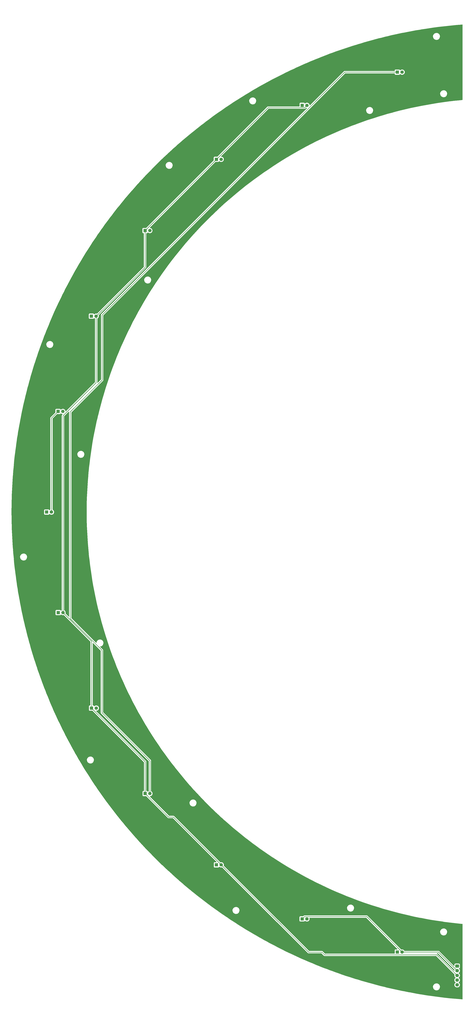
<source format=gbl>
G04 #@! TF.GenerationSoftware,KiCad,Pcbnew,7.0.1-3b83917a11~172~ubuntu20.04.1*
G04 #@! TF.CreationDate,2023-04-20T10:58:55+02:00*
G04 #@! TF.ProjectId,nowcast,6e6f7763-6173-4742-9e6b-696361645f70,rev?*
G04 #@! TF.SameCoordinates,Original*
G04 #@! TF.FileFunction,Copper,L2,Bot*
G04 #@! TF.FilePolarity,Positive*
%FSLAX46Y46*%
G04 Gerber Fmt 4.6, Leading zero omitted, Abs format (unit mm)*
G04 Created by KiCad (PCBNEW 7.0.1-3b83917a11~172~ubuntu20.04.1) date 2023-04-20 10:58:55*
%MOMM*%
%LPD*%
G01*
G04 APERTURE LIST*
G04 Aperture macros list*
%AMRoundRect*
0 Rectangle with rounded corners*
0 $1 Rounding radius*
0 $2 $3 $4 $5 $6 $7 $8 $9 X,Y pos of 4 corners*
0 Add a 4 corners polygon primitive as box body*
4,1,4,$2,$3,$4,$5,$6,$7,$8,$9,$2,$3,0*
0 Add four circle primitives for the rounded corners*
1,1,$1+$1,$2,$3*
1,1,$1+$1,$4,$5*
1,1,$1+$1,$6,$7*
1,1,$1+$1,$8,$9*
0 Add four rect primitives between the rounded corners*
20,1,$1+$1,$2,$3,$4,$5,0*
20,1,$1+$1,$4,$5,$6,$7,0*
20,1,$1+$1,$6,$7,$8,$9,0*
20,1,$1+$1,$8,$9,$2,$3,0*%
G04 Aperture macros list end*
G04 #@! TA.AperFunction,ComponentPad*
%ADD10R,1.800000X1.800000*%
G04 #@! TD*
G04 #@! TA.AperFunction,ComponentPad*
%ADD11C,1.800000*%
G04 #@! TD*
G04 #@! TA.AperFunction,ComponentPad*
%ADD12RoundRect,0.250000X-0.725000X0.600000X-0.725000X-0.600000X0.725000X-0.600000X0.725000X0.600000X0*%
G04 #@! TD*
G04 #@! TA.AperFunction,ComponentPad*
%ADD13O,1.950000X1.700000*%
G04 #@! TD*
G04 #@! TA.AperFunction,Conductor*
%ADD14C,0.250000*%
G04 #@! TD*
G04 APERTURE END LIST*
D10*
X701560000Y-461200000D03*
D11*
X704100000Y-461200000D03*
D10*
X683825000Y-511875000D03*
D11*
X686365000Y-511875000D03*
D10*
X864360000Y-331425000D03*
D11*
X866900000Y-331425000D03*
D10*
X730150000Y-715075000D03*
D11*
X732690000Y-715075000D03*
D10*
X677775000Y-565375000D03*
D11*
X680315000Y-565375000D03*
D10*
X864360000Y-799375000D03*
D11*
X866900000Y-799375000D03*
D10*
X768075000Y-377775000D03*
D11*
X770615000Y-377775000D03*
D10*
X701635000Y-669625000D03*
D11*
X704175000Y-669625000D03*
D10*
X768100000Y-752975000D03*
D11*
X770640000Y-752975000D03*
D10*
X683900000Y-618825000D03*
D11*
X686440000Y-618825000D03*
D10*
X730125000Y-415675000D03*
D11*
X732665000Y-415675000D03*
D12*
X896175000Y-806800000D03*
D13*
X896175000Y-809300000D03*
X896175000Y-811800000D03*
X896175000Y-814300000D03*
X896175000Y-816800000D03*
D10*
X813725000Y-349075000D03*
D11*
X816265000Y-349075000D03*
D10*
X813700000Y-781750000D03*
D11*
X816240000Y-781750000D03*
D14*
X896175000Y-809300000D02*
X886250000Y-799375000D01*
X866900000Y-799375000D02*
X848050000Y-780525000D01*
X707275000Y-460500000D02*
X707275000Y-495150000D01*
X690300000Y-621973072D02*
X707175000Y-638848072D01*
X707275000Y-495150000D02*
X690300000Y-512125000D01*
X707175000Y-672050000D02*
X732690000Y-697565000D01*
X707175000Y-638848072D02*
X707175000Y-672050000D01*
X848050000Y-780525000D02*
X814925000Y-780525000D01*
X732690000Y-697565000D02*
X732690000Y-715075000D01*
X814925000Y-780525000D02*
X813700000Y-781750000D01*
X886250000Y-799375000D02*
X866900000Y-799375000D01*
X836350000Y-331425000D02*
X707275000Y-460500000D01*
X864360000Y-331425000D02*
X836350000Y-331425000D01*
X690300000Y-512125000D02*
X690300000Y-621973072D01*
X824225000Y-799425000D02*
X825634188Y-800834188D01*
X817200000Y-799425000D02*
X824225000Y-799425000D01*
X730125000Y-435175000D02*
X704100000Y-461200000D01*
X825634188Y-800834188D02*
X885209188Y-800834188D01*
X800640000Y-782975000D02*
X800750000Y-782975000D01*
X701635000Y-634020000D02*
X686440000Y-618825000D01*
X885209188Y-800834188D02*
X896175000Y-811800000D01*
X770640000Y-752975000D02*
X745215000Y-727550000D01*
X686440000Y-514135000D02*
X686440000Y-618825000D01*
X745215000Y-727550000D02*
X742625000Y-727550000D01*
X768075000Y-377775000D02*
X730175000Y-415675000D01*
X795550000Y-350300000D02*
X768075000Y-377775000D01*
X704100000Y-496475000D02*
X686440000Y-514135000D01*
X730125000Y-415675000D02*
X730125000Y-435175000D01*
X704100000Y-461200000D02*
X704100000Y-496475000D01*
X701635000Y-669625000D02*
X701635000Y-634020000D01*
X730150000Y-698140000D02*
X701635000Y-669625000D01*
X815040000Y-350300000D02*
X795550000Y-350300000D01*
X800750000Y-782975000D02*
X817200000Y-799425000D01*
X816265000Y-349075000D02*
X815040000Y-350300000D01*
X730175000Y-415675000D02*
X730125000Y-415675000D01*
X770640000Y-752975000D02*
X800640000Y-782975000D01*
X730150000Y-715075000D02*
X730150000Y-698140000D01*
X742625000Y-727550000D02*
X730150000Y-715075000D01*
X680315000Y-515385000D02*
X683825000Y-511875000D01*
X680315000Y-565375000D02*
X680315000Y-515385000D01*
G04 #@! TA.AperFunction,NonConductor*
G36*
X898984300Y-306118149D02*
G01*
X899033974Y-306163854D01*
X899052347Y-306228807D01*
X899052347Y-346121491D01*
X899037566Y-346180204D01*
X898996746Y-346224920D01*
X898939620Y-346244978D01*
X897579134Y-346369171D01*
X894635741Y-346677842D01*
X893390576Y-346825381D01*
X891696728Y-347026084D01*
X891257761Y-347084094D01*
X888762723Y-347413821D01*
X885834100Y-347841008D01*
X884311827Y-348084012D01*
X882911551Y-348307541D01*
X880476987Y-348729835D01*
X879995476Y-348813357D01*
X877086590Y-349358332D01*
X874185241Y-349942399D01*
X871292013Y-350565443D01*
X868407395Y-351227357D01*
X865531959Y-351928009D01*
X862666259Y-352667268D01*
X861529505Y-352976881D01*
X859810692Y-353445027D01*
X859180965Y-353625677D01*
X856965850Y-354261127D01*
X854132311Y-355115403D01*
X851310431Y-356007745D01*
X848500877Y-356937945D01*
X845704091Y-357905855D01*
X845704074Y-357905861D01*
X842920540Y-358911313D01*
X842082627Y-359226783D01*
X840150754Y-359954127D01*
X837395314Y-361034082D01*
X834654584Y-362151032D01*
X831929217Y-363304711D01*
X831929193Y-363304721D01*
X831929173Y-363304730D01*
X831153001Y-363645676D01*
X829219498Y-364494998D01*
X826526092Y-365721603D01*
X823849437Y-366984326D01*
X821190009Y-368282942D01*
X818548260Y-369617230D01*
X815924758Y-370986902D01*
X813319917Y-372391744D01*
X813319901Y-372391752D01*
X813319873Y-372391768D01*
X810734133Y-373831541D01*
X810734110Y-373831553D01*
X810734096Y-373831562D01*
X808168011Y-375305955D01*
X805929225Y-376632669D01*
X805621922Y-376814778D01*
X804907801Y-377251054D01*
X803096313Y-378357741D01*
X800591836Y-379934447D01*
X798108675Y-381544778D01*
X795647487Y-383188310D01*
X793208494Y-384864894D01*
X790792461Y-386574004D01*
X788399470Y-388315583D01*
X786030216Y-390089123D01*
X783684977Y-391894420D01*
X781364292Y-393731055D01*
X779068523Y-395598743D01*
X776798041Y-397497180D01*
X774553354Y-399425946D01*
X772334729Y-401384807D01*
X770142702Y-403373296D01*
X767977694Y-405391022D01*
X765839914Y-407437798D01*
X763729972Y-409513035D01*
X761647991Y-411616614D01*
X759594602Y-413747899D01*
X757570070Y-415906613D01*
X755574691Y-418092443D01*
X753608998Y-420304801D01*
X751673137Y-422543524D01*
X749767641Y-424807997D01*
X747892766Y-427097914D01*
X746048804Y-429412918D01*
X744236217Y-431752435D01*
X742455257Y-434116133D01*
X740706253Y-436503574D01*
X738989489Y-438914377D01*
X737305344Y-441348007D01*
X735654056Y-443804121D01*
X734036034Y-446282106D01*
X734036012Y-446282140D01*
X734036002Y-446282156D01*
X733628302Y-446925279D01*
X732451415Y-448781754D01*
X730900554Y-451302510D01*
X729383795Y-453843813D01*
X727901358Y-456405290D01*
X726453462Y-458986566D01*
X725040487Y-461586962D01*
X723662589Y-464206192D01*
X722320004Y-466843808D01*
X721013109Y-469499067D01*
X719741980Y-472171817D01*
X718506948Y-474861362D01*
X717308192Y-477567311D01*
X716145983Y-480289052D01*
X715020456Y-483026269D01*
X713931862Y-485778355D01*
X712880385Y-488544836D01*
X711866221Y-491325210D01*
X710889548Y-494118974D01*
X709950562Y-496925578D01*
X709049386Y-499744650D01*
X708186235Y-502575521D01*
X707361228Y-505417795D01*
X706574548Y-508270840D01*
X705826284Y-511134349D01*
X705128602Y-513959104D01*
X705116648Y-514007503D01*
X704800629Y-515365194D01*
X704445706Y-516890021D01*
X703813601Y-519781301D01*
X703220450Y-522680807D01*
X702666367Y-525587971D01*
X702151418Y-528502455D01*
X701675737Y-531423520D01*
X701239391Y-534350720D01*
X700842451Y-537283607D01*
X700485020Y-540221403D01*
X700370285Y-541283411D01*
X700167124Y-543163893D01*
X700042701Y-544481292D01*
X699888840Y-546110386D01*
X699650227Y-549060217D01*
X699451309Y-552013128D01*
X699292131Y-554968448D01*
X699172725Y-557925567D01*
X699093110Y-560884026D01*
X699053298Y-563843360D01*
X699053298Y-566802888D01*
X699093110Y-569762221D01*
X699172725Y-572720680D01*
X699292131Y-575677799D01*
X699451309Y-578633119D01*
X699650227Y-581586030D01*
X699888840Y-584535861D01*
X699888844Y-584535907D01*
X700167124Y-587482355D01*
X700296612Y-588680912D01*
X700485020Y-590424844D01*
X700842451Y-593362640D01*
X701239391Y-596295527D01*
X701675737Y-599222727D01*
X702151418Y-602143792D01*
X702666367Y-605058276D01*
X703220450Y-607965440D01*
X703813601Y-610864946D01*
X703813606Y-610864969D01*
X704445709Y-613756239D01*
X705116648Y-616638745D01*
X705116663Y-616638806D01*
X705116664Y-616638810D01*
X705826284Y-619511898D01*
X705826296Y-619511946D01*
X705826301Y-619511964D01*
X705925215Y-619890493D01*
X706574548Y-622375407D01*
X706967813Y-623801656D01*
X707361232Y-625228466D01*
X708186231Y-628070714D01*
X708186235Y-628070726D01*
X709049386Y-630901597D01*
X709950562Y-633720669D01*
X710889548Y-636527273D01*
X711866221Y-639321037D01*
X712880385Y-642101411D01*
X713931862Y-644867892D01*
X715020456Y-647619978D01*
X716145983Y-650357195D01*
X717308192Y-653078936D01*
X718506948Y-655784885D01*
X719741980Y-658474430D01*
X721013109Y-661147180D01*
X722320004Y-663802439D01*
X722320030Y-663802490D01*
X723662572Y-666440023D01*
X723662589Y-666440055D01*
X725040487Y-669059285D01*
X726453462Y-671659681D01*
X727901358Y-674240957D01*
X729383795Y-676802434D01*
X730432139Y-678558916D01*
X730900580Y-679343780D01*
X732451407Y-681864480D01*
X734036002Y-684364092D01*
X735654079Y-686842161D01*
X736382830Y-687926100D01*
X737305344Y-689298240D01*
X738989489Y-691731870D01*
X740706253Y-694142673D01*
X742455257Y-696530114D01*
X744236217Y-698893812D01*
X745934158Y-701085355D01*
X746048830Y-701233362D01*
X747892745Y-703548308D01*
X749767633Y-705838241D01*
X751673155Y-708102745D01*
X753608968Y-710341412D01*
X753608990Y-710341437D01*
X753608998Y-710341446D01*
X754250130Y-711063031D01*
X755574719Y-712553836D01*
X756956514Y-714067517D01*
X757570070Y-714739634D01*
X759594602Y-716898348D01*
X761647991Y-719029633D01*
X761648026Y-719029669D01*
X763729924Y-721133165D01*
X763978669Y-721377818D01*
X765839914Y-723208449D01*
X767977694Y-725255225D01*
X769924754Y-727069830D01*
X770142734Y-727272981D01*
X771142770Y-728180159D01*
X772334729Y-729261440D01*
X772626804Y-729519318D01*
X774553322Y-731220274D01*
X775328642Y-731886474D01*
X776798041Y-733149067D01*
X777279895Y-733551964D01*
X779068502Y-735047487D01*
X779068523Y-735047504D01*
X781364292Y-736915192D01*
X783233966Y-738394888D01*
X783685005Y-738751849D01*
X784233050Y-739173718D01*
X786030216Y-740557124D01*
X787213781Y-741443099D01*
X788399491Y-742330680D01*
X790555553Y-743899825D01*
X790792461Y-744072243D01*
X793208494Y-745781353D01*
X793208533Y-745781379D01*
X793208546Y-745781389D01*
X795647452Y-747457914D01*
X798003031Y-749030922D01*
X798108675Y-749101469D01*
X800591836Y-750711800D01*
X803096313Y-752288506D01*
X803096348Y-752288527D01*
X803096376Y-752288545D01*
X805621922Y-753831470D01*
X808167994Y-755340282D01*
X810734133Y-756814707D01*
X813319873Y-758254480D01*
X815924747Y-759659339D01*
X818548284Y-761029030D01*
X821190008Y-762363305D01*
X823849442Y-763661924D01*
X826526104Y-764924650D01*
X829219510Y-766151255D01*
X831929173Y-767341518D01*
X834654602Y-768495223D01*
X837395304Y-769612161D01*
X840150782Y-770692131D01*
X842920540Y-771734935D01*
X845704074Y-772740387D01*
X848500882Y-773708304D01*
X851310457Y-774638511D01*
X854132292Y-775530839D01*
X856220439Y-776160388D01*
X856965850Y-776385120D01*
X856965866Y-776385124D01*
X856965874Y-776385127D01*
X859810692Y-777201221D01*
X862666230Y-777978972D01*
X863927990Y-778304465D01*
X865531959Y-778718238D01*
X866577570Y-778973020D01*
X868407401Y-779418892D01*
X871291994Y-780080800D01*
X871527569Y-780131530D01*
X874185241Y-780703848D01*
X876325293Y-781134659D01*
X877086584Y-781287914D01*
X879995534Y-781832901D01*
X882911551Y-782338707D01*
X885834109Y-782805241D01*
X888762678Y-783232420D01*
X888762719Y-783232425D01*
X888762723Y-783232426D01*
X888888545Y-783249053D01*
X891696728Y-783620164D01*
X894635729Y-783968404D01*
X897579149Y-784277078D01*
X898436650Y-784355355D01*
X898939620Y-784401270D01*
X898996746Y-784421328D01*
X899037566Y-784466044D01*
X899052347Y-784524757D01*
X899052347Y-824417441D01*
X899033974Y-824482394D01*
X898984300Y-824528099D01*
X898918046Y-824541012D01*
X895855007Y-824285664D01*
X895853482Y-824285528D01*
X892659755Y-823979541D01*
X892658232Y-823979385D01*
X889468686Y-823634012D01*
X889467165Y-823633838D01*
X886282046Y-823249105D01*
X886280527Y-823248912D01*
X883100469Y-822824898D01*
X883098953Y-822824687D01*
X879924213Y-822361423D01*
X879922700Y-822361192D01*
X876934526Y-821887408D01*
X876749002Y-821857929D01*
X876747532Y-821857686D01*
X873944205Y-821377659D01*
X873944204Y-821377658D01*
X873578920Y-821314964D01*
X873577460Y-821314704D01*
X870918345Y-820825508D01*
X870508171Y-820749864D01*
X870415727Y-820732816D01*
X870414334Y-820732550D01*
X869832519Y-820618070D01*
X867869519Y-820231825D01*
X867260124Y-820111610D01*
X867258683Y-820111317D01*
X864808832Y-819597786D01*
X864112239Y-819451375D01*
X864110808Y-819451065D01*
X861739111Y-818923269D01*
X860972950Y-818752293D01*
X860971529Y-818751967D01*
X858667220Y-818209227D01*
X857842437Y-818014406D01*
X857841026Y-818014064D01*
X857574334Y-817947764D01*
X883335787Y-817947764D01*
X883365413Y-818217016D01*
X883433928Y-818479087D01*
X883539871Y-818728392D01*
X883680982Y-818959611D01*
X883770253Y-819066881D01*
X883854255Y-819167820D01*
X884055998Y-819348582D01*
X884281910Y-819498044D01*
X884388211Y-819547875D01*
X884527177Y-819613021D01*
X884786562Y-819691058D01*
X884786569Y-819691060D01*
X885054561Y-819730500D01*
X885257631Y-819730500D01*
X885257634Y-819730500D01*
X885460156Y-819715677D01*
X885460156Y-819715676D01*
X885724553Y-819656780D01*
X885977558Y-819560014D01*
X886213777Y-819427441D01*
X886428177Y-819261888D01*
X886616186Y-819066881D01*
X886773799Y-818846579D01*
X886897656Y-818605675D01*
X886985118Y-818349305D01*
X887034319Y-818082933D01*
X887044212Y-817812235D01*
X887014586Y-817542982D01*
X886946072Y-817280912D01*
X886840130Y-817031610D01*
X886699018Y-816800390D01*
X886699017Y-816800388D01*
X886525746Y-816592181D01*
X886420758Y-816498112D01*
X886324002Y-816411418D01*
X886098090Y-816261956D01*
X886098086Y-816261954D01*
X885852822Y-816146978D01*
X885593437Y-816068941D01*
X885593431Y-816068940D01*
X885325439Y-816029500D01*
X885122369Y-816029500D01*
X885122366Y-816029500D01*
X884919843Y-816044322D01*
X884655449Y-816103219D01*
X884402441Y-816199986D01*
X884166223Y-816332559D01*
X883951825Y-816498109D01*
X883763813Y-816693120D01*
X883606201Y-816913420D01*
X883482342Y-817154329D01*
X883394881Y-817410695D01*
X883345680Y-817677066D01*
X883335787Y-817947764D01*
X857574334Y-817947764D01*
X855595704Y-817455873D01*
X854721335Y-817237860D01*
X854719935Y-817237503D01*
X852526333Y-816663325D01*
X852526193Y-816663288D01*
X852526121Y-816663270D01*
X852526121Y-816663269D01*
X851610011Y-816422749D01*
X851608621Y-816422376D01*
X849461005Y-815831811D01*
X849460910Y-815831785D01*
X848508969Y-815569201D01*
X848507591Y-815568812D01*
X846400752Y-814961387D01*
X846400651Y-814961358D01*
X845418899Y-814677409D01*
X845417531Y-814677005D01*
X843348043Y-814052577D01*
X843065475Y-813967041D01*
X842339892Y-813747400D01*
X842338591Y-813746998D01*
X840302948Y-813105258D01*
X840302303Y-813105054D01*
X840302302Y-813105054D01*
X839272939Y-812779473D01*
X839271594Y-812779039D01*
X837266295Y-812119541D01*
X837266291Y-812119538D01*
X836217967Y-811773608D01*
X836216633Y-811773160D01*
X834240909Y-811096248D01*
X834240865Y-811096233D01*
X834084347Y-811042424D01*
X833175728Y-810730050D01*
X833174406Y-810729587D01*
X831226549Y-810035238D01*
X831226421Y-810035192D01*
X830146583Y-809648923D01*
X830145272Y-809648446D01*
X828223274Y-808936450D01*
X828223140Y-808936400D01*
X827131097Y-808530426D01*
X827129799Y-808529935D01*
X825232235Y-807800227D01*
X825232112Y-807800134D01*
X825232097Y-807800174D01*
X824129659Y-807374708D01*
X824128373Y-807374203D01*
X822254174Y-806626793D01*
X822254029Y-806626735D01*
X821142778Y-806181962D01*
X821141504Y-806181444D01*
X819290283Y-805416577D01*
X818170831Y-804952341D01*
X818169585Y-804951817D01*
X816339799Y-804169222D01*
X816339663Y-804169112D01*
X816339645Y-804169156D01*
X815214280Y-803686031D01*
X815213032Y-803685486D01*
X813404222Y-802885307D01*
X813404082Y-802885192D01*
X813404063Y-802885237D01*
X812273715Y-802383289D01*
X812272478Y-802382731D01*
X810483675Y-801564849D01*
X810483511Y-801564774D01*
X809349544Y-801044296D01*
X809348320Y-801043726D01*
X807579162Y-800208269D01*
X807578993Y-800208189D01*
X806442053Y-799669184D01*
X806440842Y-799668602D01*
X804690734Y-798815561D01*
X804690560Y-798815476D01*
X803551925Y-798258276D01*
X803550727Y-798257682D01*
X801819356Y-797387160D01*
X801819177Y-797387070D01*
X800679307Y-796811643D01*
X800678123Y-796811037D01*
X798965383Y-795923226D01*
X798965225Y-795923081D01*
X798965200Y-795923131D01*
X797824873Y-795329623D01*
X797823702Y-795329005D01*
X796129061Y-794423861D01*
X796128901Y-794423710D01*
X796128874Y-794423761D01*
X794988961Y-793812392D01*
X794987816Y-793811769D01*
X793311151Y-792889443D01*
X793310989Y-792889287D01*
X793310961Y-792889338D01*
X792172019Y-792260187D01*
X792171045Y-792259642D01*
X790953962Y-791570423D01*
X790512000Y-791320145D01*
X790511804Y-791320034D01*
X789374684Y-790673364D01*
X789373553Y-790672713D01*
X787731882Y-789716098D01*
X787731682Y-789715981D01*
X786597046Y-789051975D01*
X786595928Y-789051313D01*
X784971767Y-788077848D01*
X784971563Y-788077725D01*
X783839698Y-787396365D01*
X783838594Y-787395693D01*
X782231501Y-786405287D01*
X782231293Y-786405158D01*
X781663123Y-786053463D01*
X781103030Y-785706768D01*
X781102057Y-785706159D01*
X779512070Y-784699002D01*
X779511858Y-784698867D01*
X778387484Y-783983454D01*
X778386408Y-783982762D01*
X776813841Y-782959220D01*
X776103581Y-782494830D01*
X775693447Y-782226671D01*
X775692385Y-782225969D01*
X774559373Y-781468447D01*
X774136639Y-781185810D01*
X773021336Y-780436691D01*
X773020401Y-780436057D01*
X771901691Y-779667944D01*
X771481397Y-779379367D01*
X771481175Y-779379214D01*
X770371655Y-778613851D01*
X770370621Y-778613130D01*
X769793893Y-778206579D01*
X768848434Y-777540099D01*
X768520402Y-777307764D01*
X776655787Y-777307764D01*
X776685413Y-777577016D01*
X776718355Y-777703020D01*
X776753928Y-777839088D01*
X776859870Y-778088390D01*
X776859871Y-778088392D01*
X777000982Y-778319611D01*
X777090253Y-778426881D01*
X777174255Y-778527820D01*
X777375998Y-778708582D01*
X777601910Y-778858044D01*
X777708211Y-778907875D01*
X777847177Y-778973021D01*
X778106562Y-779051058D01*
X778106569Y-779051060D01*
X778374561Y-779090500D01*
X778577631Y-779090500D01*
X778577634Y-779090500D01*
X778780156Y-779075677D01*
X778780155Y-779075677D01*
X779044553Y-779016780D01*
X779297558Y-778920014D01*
X779533777Y-778787441D01*
X779748177Y-778621888D01*
X779936186Y-778426881D01*
X780093799Y-778206579D01*
X780217656Y-777965675D01*
X780305118Y-777709305D01*
X780354319Y-777442933D01*
X780364212Y-777172235D01*
X780334586Y-776902982D01*
X780266072Y-776640912D01*
X780160130Y-776391610D01*
X780019018Y-776160390D01*
X780019017Y-776160388D01*
X779845746Y-775952181D01*
X779740758Y-775858112D01*
X779644002Y-775771418D01*
X779418090Y-775621956D01*
X779418086Y-775621954D01*
X779172822Y-775506978D01*
X778913437Y-775428941D01*
X778913431Y-775428940D01*
X778645439Y-775389500D01*
X778442369Y-775389500D01*
X778442366Y-775389500D01*
X778239843Y-775404322D01*
X777975449Y-775463219D01*
X777722441Y-775559986D01*
X777486223Y-775692559D01*
X777271825Y-775858109D01*
X777083813Y-776053120D01*
X776926201Y-776273420D01*
X776802342Y-776514329D01*
X776714881Y-776770695D01*
X776665680Y-777037066D01*
X776655787Y-777307764D01*
X768520402Y-777307764D01*
X767744701Y-776758359D01*
X767743681Y-776757629D01*
X766238719Y-775668682D01*
X766238490Y-775668516D01*
X765140790Y-774870434D01*
X765139785Y-774869695D01*
X764228768Y-774193219D01*
X763651580Y-773764628D01*
X763651426Y-773764513D01*
X762560651Y-772950606D01*
X762559659Y-772949859D01*
X761088439Y-771828965D01*
X761088204Y-771828785D01*
X760004191Y-770998807D01*
X760003214Y-770998051D01*
X758549188Y-769861616D01*
X758548951Y-769861430D01*
X757472233Y-769015660D01*
X757471270Y-769014896D01*
X756034203Y-767862858D01*
X755387201Y-767341536D01*
X754964994Y-767001342D01*
X754964045Y-767000571D01*
X754653757Y-766745470D01*
X753543881Y-765832992D01*
X752482915Y-764956208D01*
X752481981Y-764955429D01*
X751078996Y-763772648D01*
X751078751Y-763772441D01*
X750026127Y-762880360D01*
X750025208Y-762879573D01*
X749039948Y-762027925D01*
X748639541Y-761681818D01*
X747595305Y-760774367D01*
X747594434Y-760773602D01*
X746225958Y-759560868D01*
X746225708Y-759560646D01*
X745190885Y-758638613D01*
X745189995Y-758637813D01*
X743838556Y-757410060D01*
X742812761Y-756473002D01*
X742811926Y-756472231D01*
X742387124Y-756076626D01*
X741477899Y-755229891D01*
X740461822Y-754278339D01*
X740461166Y-754277718D01*
X739338782Y-753206300D01*
X739144453Y-753020795D01*
X739144198Y-753020551D01*
X738138287Y-752054837D01*
X738137441Y-752054017D01*
X736838131Y-750782682D01*
X735842202Y-749802537D01*
X735841496Y-749801836D01*
X734559774Y-748516356D01*
X733574384Y-747522239D01*
X733573567Y-747521407D01*
X732309493Y-746221931D01*
X732309235Y-746221665D01*
X731334712Y-745213824D01*
X731334206Y-745213296D01*
X730655125Y-744497731D01*
X730087965Y-743900099D01*
X730087705Y-743899825D01*
X729123977Y-742878102D01*
X729123190Y-742877259D01*
X727894800Y-741550446D01*
X726942283Y-740515192D01*
X726941511Y-740514345D01*
X725730986Y-739174009D01*
X725730724Y-739173718D01*
X724789959Y-738125449D01*
X724789202Y-738124597D01*
X723596635Y-736770919D01*
X723596373Y-736770621D01*
X722667196Y-735709081D01*
X722666760Y-735708578D01*
X721492174Y-734341651D01*
X721491912Y-734341345D01*
X720574722Y-733266911D01*
X720573994Y-733266050D01*
X719887748Y-732447193D01*
X719417696Y-731886308D01*
X718512500Y-730798911D01*
X718511924Y-730798213D01*
X717373832Y-729405626D01*
X717373570Y-729405303D01*
X716481086Y-728305738D01*
X716480387Y-728304870D01*
X716368640Y-728164637D01*
X715519781Y-727099387D01*
X715360805Y-726899885D01*
X715360542Y-726899554D01*
X714480526Y-725787453D01*
X714479843Y-725786581D01*
X713378761Y-724369261D01*
X713378498Y-724368921D01*
X712511321Y-723244681D01*
X712510652Y-723243806D01*
X711427993Y-721814111D01*
X710573693Y-720677709D01*
X710573087Y-720676896D01*
X710388672Y-720427018D01*
X709509045Y-719235143D01*
X709508796Y-719234803D01*
X709344404Y-719010388D01*
X708668000Y-718087013D01*
X708667561Y-718086409D01*
X707622099Y-716632606D01*
X706794440Y-715472861D01*
X706793995Y-715472231D01*
X705767801Y-714007404D01*
X705767567Y-714007068D01*
X704953401Y-712835791D01*
X704952964Y-712835156D01*
X703945663Y-711358842D01*
X703945404Y-711358461D01*
X703257007Y-710341446D01*
X703145182Y-710176239D01*
X703144749Y-710175592D01*
X702156252Y-708687713D01*
X701370062Y-707494621D01*
X701369480Y-707493730D01*
X701358432Y-707476647D01*
X700400174Y-705994916D01*
X699628130Y-704791072D01*
X699627563Y-704790179D01*
X698677740Y-703280952D01*
X698677485Y-703280546D01*
X697919838Y-702066285D01*
X697919285Y-702065391D01*
X696988722Y-700545463D01*
X696988469Y-700545048D01*
X696245272Y-699320401D01*
X696244734Y-699319505D01*
X696093606Y-699065677D01*
X695333557Y-697789130D01*
X695043636Y-697297764D01*
X699185787Y-697297764D01*
X699215413Y-697567016D01*
X699243045Y-697672709D01*
X699283928Y-697829088D01*
X699389870Y-698078390D01*
X699389871Y-698078392D01*
X699530982Y-698309611D01*
X699620253Y-698416881D01*
X699704255Y-698517820D01*
X699905998Y-698698582D01*
X700131910Y-698848044D01*
X700229542Y-698893812D01*
X700377177Y-698963021D01*
X700636562Y-699041058D01*
X700636569Y-699041060D01*
X700904561Y-699080500D01*
X701107631Y-699080500D01*
X701107634Y-699080500D01*
X701310156Y-699065677D01*
X701310156Y-699065676D01*
X701574553Y-699006780D01*
X701827558Y-698910014D01*
X702063777Y-698777441D01*
X702278177Y-698611888D01*
X702466186Y-698416881D01*
X702623799Y-698196579D01*
X702747656Y-697955675D01*
X702835118Y-697699305D01*
X702884319Y-697432933D01*
X702894212Y-697162235D01*
X702864586Y-696892982D01*
X702796072Y-696630912D01*
X702690130Y-696381610D01*
X702549018Y-696150390D01*
X702549017Y-696150388D01*
X702375746Y-695942181D01*
X702270758Y-695848112D01*
X702174002Y-695761418D01*
X701948090Y-695611956D01*
X701948086Y-695611954D01*
X701702822Y-695496978D01*
X701443437Y-695418941D01*
X701443431Y-695418940D01*
X701175439Y-695379500D01*
X700972369Y-695379500D01*
X700972366Y-695379500D01*
X700769843Y-695394322D01*
X700505449Y-695453219D01*
X700252441Y-695549986D01*
X700016223Y-695682559D01*
X699801825Y-695848109D01*
X699613813Y-696043120D01*
X699456201Y-696263420D01*
X699332342Y-696504329D01*
X699244881Y-696760695D01*
X699195680Y-697027066D01*
X699185787Y-697297764D01*
X695043636Y-697297764D01*
X694604811Y-696554030D01*
X694604419Y-696553358D01*
X693712639Y-695012603D01*
X692998833Y-693767818D01*
X692998355Y-693766977D01*
X692444076Y-692781468D01*
X692126228Y-692216332D01*
X691427357Y-690961807D01*
X691426984Y-690961133D01*
X690574476Y-689400590D01*
X689890600Y-688136369D01*
X689890363Y-688135926D01*
X689057875Y-686566279D01*
X689057638Y-686565830D01*
X688389010Y-685292323D01*
X688388832Y-685291981D01*
X687576224Y-683713029D01*
X687575985Y-683712563D01*
X687348657Y-683266226D01*
X686922752Y-682429997D01*
X686922487Y-682429471D01*
X686129894Y-680841530D01*
X686129720Y-680841180D01*
X685491992Y-679549713D01*
X685491795Y-679549311D01*
X684719152Y-677952298D01*
X684718920Y-677951814D01*
X684387680Y-677259531D01*
X684097030Y-676652079D01*
X684096732Y-676651452D01*
X683344245Y-675045839D01*
X682738009Y-673737403D01*
X682737610Y-673736532D01*
X682005370Y-672122561D01*
X681414998Y-670805814D01*
X681414834Y-670805443D01*
X680702835Y-669183153D01*
X680128512Y-667858454D01*
X680128166Y-667857645D01*
X679436634Y-666227594D01*
X678878475Y-664895155D01*
X678878350Y-664894854D01*
X678207199Y-663256892D01*
X678207061Y-663256552D01*
X677665272Y-661916825D01*
X677665077Y-661916338D01*
X677014423Y-660270783D01*
X676489069Y-658923894D01*
X676488725Y-658923002D01*
X676112172Y-657935180D01*
X675858788Y-657270471D01*
X675349734Y-655916010D01*
X675349621Y-655915707D01*
X674740339Y-654256081D01*
X674247860Y-652894714D01*
X674247690Y-652894238D01*
X673659174Y-651227872D01*
X673183472Y-649860110D01*
X673183187Y-649859279D01*
X672849402Y-648875672D01*
X672615521Y-648186464D01*
X672156565Y-646812175D01*
X671609612Y-645132537D01*
X671167568Y-643752166D01*
X671167470Y-643751857D01*
X670641478Y-642066184D01*
X670216469Y-640680076D01*
X670216371Y-640679752D01*
X669711436Y-638988409D01*
X669711324Y-638988030D01*
X669303458Y-637596514D01*
X669303313Y-637596014D01*
X668819390Y-635898895D01*
X668428646Y-634501860D01*
X668428488Y-634501289D01*
X667965743Y-632799023D01*
X667592118Y-631396395D01*
X667592027Y-631396047D01*
X667150394Y-629688440D01*
X666794163Y-628281197D01*
X666794023Y-628280636D01*
X666373703Y-626568514D01*
X666373551Y-626567887D01*
X666335643Y-626409935D01*
X666034752Y-625156175D01*
X666034637Y-625155688D01*
X665635489Y-623438523D01*
X665314034Y-622021917D01*
X665313954Y-622021556D01*
X664936106Y-620299920D01*
X664632176Y-618879155D01*
X664632095Y-618878769D01*
X664275578Y-617152833D01*
X663989206Y-615728019D01*
X663654121Y-613998320D01*
X663653996Y-613997662D01*
X663601783Y-613720121D01*
X663385268Y-612569196D01*
X663385258Y-612569142D01*
X663071599Y-610835701D01*
X662820490Y-609403385D01*
X662820445Y-609403128D01*
X662528252Y-607666192D01*
X662294887Y-606230682D01*
X662294860Y-606230516D01*
X662024212Y-604490625D01*
X662024151Y-604490223D01*
X661808604Y-603051971D01*
X661808533Y-603051486D01*
X661559392Y-601308437D01*
X661361663Y-599867418D01*
X661361568Y-599866708D01*
X661277620Y-599222727D01*
X661133987Y-598120897D01*
X660954086Y-596677124D01*
X660748118Y-594929007D01*
X660748048Y-594928392D01*
X660586044Y-593482381D01*
X660586024Y-593482201D01*
X660401653Y-591731672D01*
X660257548Y-590283374D01*
X660170671Y-589347764D01*
X663625787Y-589347764D01*
X663655413Y-589617016D01*
X663723928Y-589879087D01*
X663829871Y-590128392D01*
X663970982Y-590359611D01*
X664060253Y-590466881D01*
X664144255Y-590567820D01*
X664345998Y-590748582D01*
X664571910Y-590898044D01*
X664678211Y-590947875D01*
X664817177Y-591013021D01*
X665076562Y-591091058D01*
X665076569Y-591091060D01*
X665344561Y-591130500D01*
X665547631Y-591130500D01*
X665547634Y-591130500D01*
X665750156Y-591115677D01*
X665750155Y-591115677D01*
X666014553Y-591056780D01*
X666267558Y-590960014D01*
X666503777Y-590827441D01*
X666718177Y-590661888D01*
X666906186Y-590466881D01*
X667063799Y-590246579D01*
X667187656Y-590005675D01*
X667275118Y-589749305D01*
X667324319Y-589482933D01*
X667334212Y-589212235D01*
X667304586Y-588942982D01*
X667236072Y-588680912D01*
X667130130Y-588431610D01*
X666989018Y-588200390D01*
X666989017Y-588200388D01*
X666815746Y-587992181D01*
X666710758Y-587898112D01*
X666614002Y-587811418D01*
X666388090Y-587661956D01*
X666388086Y-587661954D01*
X666142822Y-587546978D01*
X665883437Y-587468941D01*
X665883431Y-587468940D01*
X665615439Y-587429500D01*
X665412369Y-587429500D01*
X665412366Y-587429500D01*
X665209843Y-587444322D01*
X664945449Y-587503219D01*
X664692441Y-587599986D01*
X664456223Y-587732559D01*
X664241825Y-587898109D01*
X664053813Y-588093120D01*
X663896201Y-588313420D01*
X663772342Y-588554329D01*
X663684881Y-588810695D01*
X663635680Y-589077066D01*
X663625787Y-589347764D01*
X660170671Y-589347764D01*
X660094805Y-588530741D01*
X660094781Y-588530471D01*
X659968654Y-587080651D01*
X659968624Y-587080298D01*
X659827544Y-585325973D01*
X659719376Y-583874387D01*
X659599957Y-582118346D01*
X659509783Y-580665388D01*
X659509768Y-580665138D01*
X659412053Y-578908048D01*
X659339902Y-577454171D01*
X659339870Y-577453461D01*
X659263891Y-575696144D01*
X659263861Y-575695399D01*
X659209741Y-574240827D01*
X659209739Y-574240771D01*
X659155434Y-572481817D01*
X659119338Y-571026230D01*
X659086752Y-569266749D01*
X659068705Y-567811022D01*
X659068703Y-567810817D01*
X659059518Y-566322869D01*
X676374500Y-566322869D01*
X676380909Y-566382484D01*
X676387383Y-566399842D01*
X676431204Y-566517331D01*
X676517454Y-566632546D01*
X676632669Y-566718796D01*
X676767517Y-566769091D01*
X676827127Y-566775500D01*
X678722872Y-566775499D01*
X678782483Y-566769091D01*
X678917331Y-566718796D01*
X679032546Y-566632546D01*
X679118796Y-566517331D01*
X679147455Y-566440490D01*
X679183405Y-566389279D01*
X679239787Y-566362140D01*
X679302242Y-566365988D01*
X679354864Y-566399841D01*
X679363216Y-566408913D01*
X679546374Y-566551470D01*
X679750497Y-566661936D01*
X679860257Y-566699616D01*
X679970015Y-566737297D01*
X679970017Y-566737297D01*
X679970019Y-566737298D01*
X680198951Y-566775500D01*
X680431048Y-566775500D01*
X680431049Y-566775500D01*
X680659981Y-566737298D01*
X680879503Y-566661936D01*
X681083626Y-566551470D01*
X681266784Y-566408913D01*
X681423979Y-566238153D01*
X681550924Y-566043849D01*
X681644157Y-565831300D01*
X681701134Y-565606305D01*
X681720300Y-565375000D01*
X681701134Y-565143695D01*
X681644157Y-564918700D01*
X681550924Y-564706151D01*
X681423979Y-564511847D01*
X681266784Y-564341087D01*
X681083626Y-564198530D01*
X681065284Y-564188604D01*
X681005482Y-564156240D01*
X680957977Y-564110659D01*
X680940500Y-564047186D01*
X680940500Y-515695452D01*
X680949939Y-515647999D01*
X680976819Y-515607771D01*
X683272771Y-513311818D01*
X683312999Y-513284938D01*
X683360452Y-513275499D01*
X684772870Y-513275499D01*
X684772872Y-513275499D01*
X684832483Y-513269091D01*
X684967331Y-513218796D01*
X685082546Y-513132546D01*
X685168796Y-513017331D01*
X685197455Y-512940490D01*
X685233405Y-512889279D01*
X685289787Y-512862140D01*
X685352242Y-512865988D01*
X685404864Y-512899841D01*
X685413216Y-512908913D01*
X685596374Y-513051470D01*
X685800497Y-513161936D01*
X686020019Y-513237298D01*
X686153564Y-513259582D01*
X686214268Y-513288101D01*
X686251242Y-513344060D01*
X686253668Y-513411087D01*
X686220835Y-513469572D01*
X686056208Y-513634199D01*
X686040110Y-513647096D01*
X685992096Y-513698225D01*
X685989391Y-513701017D01*
X685969874Y-513720534D01*
X685967415Y-513723705D01*
X685959842Y-513732572D01*
X685929935Y-513764420D01*
X685920285Y-513781974D01*
X685909609Y-513798228D01*
X685897326Y-513814063D01*
X685879975Y-513854158D01*
X685874838Y-513864644D01*
X685853802Y-513902907D01*
X685848821Y-513922309D01*
X685842520Y-513940711D01*
X685834561Y-513959102D01*
X685827728Y-514002242D01*
X685825360Y-514013674D01*
X685814500Y-514055978D01*
X685814500Y-514076016D01*
X685812973Y-514095415D01*
X685809840Y-514115194D01*
X685813950Y-514158675D01*
X685814500Y-514170344D01*
X685814500Y-617497186D01*
X685797023Y-617560659D01*
X685749518Y-617606240D01*
X685671377Y-617648528D01*
X685671375Y-617648529D01*
X685671374Y-617648530D01*
X685627512Y-617682669D01*
X685488213Y-617791089D01*
X685479863Y-617800160D01*
X685427239Y-617834012D01*
X685364785Y-617837859D01*
X685308405Y-617810720D01*
X685272455Y-617759509D01*
X685243796Y-617682669D01*
X685157546Y-617567454D01*
X685042331Y-617481204D01*
X684907483Y-617430909D01*
X684847873Y-617424500D01*
X684847869Y-617424500D01*
X682952130Y-617424500D01*
X682892515Y-617430909D01*
X682757669Y-617481204D01*
X682642454Y-617567454D01*
X682556204Y-617682668D01*
X682505909Y-617817516D01*
X682499500Y-617877130D01*
X682499500Y-619772869D01*
X682505909Y-619832484D01*
X682512383Y-619849842D01*
X682556204Y-619967331D01*
X682642454Y-620082546D01*
X682757669Y-620168796D01*
X682892517Y-620219091D01*
X682952127Y-620225500D01*
X684847872Y-620225499D01*
X684907483Y-620219091D01*
X685042331Y-620168796D01*
X685157546Y-620082546D01*
X685243796Y-619967331D01*
X685272455Y-619890490D01*
X685308405Y-619839279D01*
X685364787Y-619812140D01*
X685427242Y-619815988D01*
X685479864Y-619849841D01*
X685488216Y-619858913D01*
X685671374Y-620001470D01*
X685875497Y-620111936D01*
X685985258Y-620149617D01*
X686095015Y-620187297D01*
X686095017Y-620187297D01*
X686095019Y-620187298D01*
X686323951Y-620225500D01*
X686556048Y-620225500D01*
X686556049Y-620225500D01*
X686784981Y-620187298D01*
X686810576Y-620178510D01*
X686878788Y-620174983D01*
X686938521Y-620208111D01*
X700973181Y-634242772D01*
X701000061Y-634283000D01*
X701009500Y-634330453D01*
X701009500Y-668100501D01*
X700992887Y-668162501D01*
X700947500Y-668207888D01*
X700885500Y-668224501D01*
X700687128Y-668224501D01*
X700657322Y-668227704D01*
X700627515Y-668230909D01*
X700492669Y-668281204D01*
X700377454Y-668367454D01*
X700291204Y-668482668D01*
X700240909Y-668617516D01*
X700234500Y-668677130D01*
X700234500Y-670572869D01*
X700240909Y-670632483D01*
X700291204Y-670767331D01*
X700377454Y-670882546D01*
X700492669Y-670968796D01*
X700627517Y-671019091D01*
X700687127Y-671025500D01*
X702099547Y-671025499D01*
X702147000Y-671034938D01*
X702187228Y-671061818D01*
X729488181Y-698362771D01*
X729515061Y-698402999D01*
X729524500Y-698450452D01*
X729524500Y-713550501D01*
X729507887Y-713612501D01*
X729462500Y-713657888D01*
X729400500Y-713674501D01*
X729202128Y-713674501D01*
X729172322Y-713677705D01*
X729142515Y-713680909D01*
X729007669Y-713731204D01*
X728892454Y-713817454D01*
X728806204Y-713932668D01*
X728755909Y-714067516D01*
X728749500Y-714127130D01*
X728749500Y-716022869D01*
X728755909Y-716082483D01*
X728806204Y-716217331D01*
X728892454Y-716332546D01*
X729007669Y-716418796D01*
X729142517Y-716469091D01*
X729202127Y-716475500D01*
X730614547Y-716475499D01*
X730662000Y-716484938D01*
X730702228Y-716511818D01*
X742124196Y-727933787D01*
X742137096Y-727949888D01*
X742188223Y-727997900D01*
X742191019Y-728000610D01*
X742210529Y-728020120D01*
X742213711Y-728022588D01*
X742222571Y-728030155D01*
X742254418Y-728060062D01*
X742271970Y-728069711D01*
X742288238Y-728080397D01*
X742304064Y-728092673D01*
X742344146Y-728110017D01*
X742354633Y-728115155D01*
X742392907Y-728136197D01*
X742401410Y-728138379D01*
X742412308Y-728141178D01*
X742430713Y-728147478D01*
X742449104Y-728155437D01*
X742492250Y-728162270D01*
X742503668Y-728164635D01*
X742545981Y-728175500D01*
X742566016Y-728175500D01*
X742585415Y-728177027D01*
X742605196Y-728180160D01*
X742648674Y-728176050D01*
X742660344Y-728175500D01*
X744904548Y-728175500D01*
X744952001Y-728184939D01*
X744992229Y-728211819D01*
X768143228Y-751362819D01*
X768173478Y-751412182D01*
X768178020Y-751469898D01*
X768155865Y-751523385D01*
X768111842Y-751560985D01*
X768055547Y-751574500D01*
X767152130Y-751574500D01*
X767092515Y-751580909D01*
X766957669Y-751631204D01*
X766842454Y-751717454D01*
X766756204Y-751832668D01*
X766705909Y-751967516D01*
X766699500Y-752027130D01*
X766699500Y-753922869D01*
X766705909Y-753982484D01*
X766712383Y-753999842D01*
X766756204Y-754117331D01*
X766842454Y-754232546D01*
X766957669Y-754318796D01*
X767092517Y-754369091D01*
X767152127Y-754375500D01*
X769047872Y-754375499D01*
X769107483Y-754369091D01*
X769242331Y-754318796D01*
X769357546Y-754232546D01*
X769443796Y-754117331D01*
X769472455Y-754040490D01*
X769508405Y-753989279D01*
X769564787Y-753962140D01*
X769627242Y-753965988D01*
X769679864Y-753999841D01*
X769688216Y-754008913D01*
X769871374Y-754151470D01*
X770075497Y-754261936D01*
X770185258Y-754299617D01*
X770295015Y-754337297D01*
X770295017Y-754337297D01*
X770295019Y-754337298D01*
X770523951Y-754375500D01*
X770756048Y-754375500D01*
X770756049Y-754375500D01*
X770984981Y-754337298D01*
X771010576Y-754328510D01*
X771078788Y-754324983D01*
X771138521Y-754358111D01*
X800139196Y-783358787D01*
X800152096Y-783374888D01*
X800203223Y-783422900D01*
X800206019Y-783425610D01*
X800225529Y-783445120D01*
X800228711Y-783447588D01*
X800237571Y-783455155D01*
X800269418Y-783485062D01*
X800286972Y-783494712D01*
X800303236Y-783505396D01*
X800314972Y-783514499D01*
X800319064Y-783517673D01*
X800343909Y-783528424D01*
X800359152Y-783535021D01*
X800369631Y-783540154D01*
X800407908Y-783561197D01*
X800427306Y-783566177D01*
X800445715Y-783572480D01*
X800454292Y-783576191D01*
X800492718Y-783602308D01*
X816699196Y-799808787D01*
X816712096Y-799824888D01*
X816763223Y-799872900D01*
X816766020Y-799875611D01*
X816785529Y-799895120D01*
X816788711Y-799897588D01*
X816797571Y-799905155D01*
X816829418Y-799935062D01*
X816846970Y-799944711D01*
X816863238Y-799955397D01*
X816879064Y-799967673D01*
X816919146Y-799985017D01*
X816929633Y-799990155D01*
X816967907Y-800011197D01*
X816976410Y-800013379D01*
X816987308Y-800016178D01*
X817005713Y-800022478D01*
X817024104Y-800030437D01*
X817067250Y-800037270D01*
X817078668Y-800039635D01*
X817120981Y-800050500D01*
X817141016Y-800050500D01*
X817160415Y-800052027D01*
X817180196Y-800055160D01*
X817223674Y-800051050D01*
X817235344Y-800050500D01*
X823914548Y-800050500D01*
X823962001Y-800059939D01*
X824002229Y-800086819D01*
X825133385Y-801217975D01*
X825146286Y-801234077D01*
X825148400Y-801236062D01*
X825148402Y-801236065D01*
X825195749Y-801280527D01*
X825197428Y-801282104D01*
X825200224Y-801284814D01*
X825219718Y-801304308D01*
X825222892Y-801306770D01*
X825231756Y-801314341D01*
X825263606Y-801344250D01*
X825280989Y-801353806D01*
X825281158Y-801353899D01*
X825297426Y-801364585D01*
X825313252Y-801376861D01*
X825353336Y-801394206D01*
X825363816Y-801399340D01*
X825402096Y-801420385D01*
X825406942Y-801421629D01*
X825421501Y-801425368D01*
X825439904Y-801431668D01*
X825458293Y-801439626D01*
X825501442Y-801446459D01*
X825512868Y-801448826D01*
X825528410Y-801452817D01*
X825555168Y-801459688D01*
X825555169Y-801459688D01*
X825575204Y-801459688D01*
X825594601Y-801461214D01*
X825614384Y-801464348D01*
X825657862Y-801460238D01*
X825669532Y-801459688D01*
X884898736Y-801459688D01*
X884946189Y-801469127D01*
X884986417Y-801496007D01*
X894736177Y-811245768D01*
X894768271Y-811301355D01*
X894768271Y-811365542D01*
X894714936Y-811564592D01*
X894694340Y-811800000D01*
X894714936Y-812035407D01*
X894776097Y-812263663D01*
X894875965Y-812477829D01*
X895011505Y-812671401D01*
X895178598Y-812838494D01*
X895335596Y-812948425D01*
X895374462Y-812992743D01*
X895388473Y-813050000D01*
X895374462Y-813107257D01*
X895335596Y-813151575D01*
X895178598Y-813261505D01*
X895011508Y-813428595D01*
X894875964Y-813622172D01*
X894776097Y-813836337D01*
X894714936Y-814064592D01*
X894694340Y-814299999D01*
X894714936Y-814535407D01*
X894776097Y-814763663D01*
X894875965Y-814977829D01*
X895011505Y-815171401D01*
X895178598Y-815338494D01*
X895335596Y-815448425D01*
X895374462Y-815492743D01*
X895388473Y-815550000D01*
X895374462Y-815607257D01*
X895335596Y-815651575D01*
X895178598Y-815761505D01*
X895011508Y-815928595D01*
X895011505Y-815928598D01*
X895011505Y-815928599D01*
X894913237Y-816068941D01*
X894875964Y-816122172D01*
X894776097Y-816336337D01*
X894714936Y-816564592D01*
X894694340Y-816800000D01*
X894714936Y-817035407D01*
X894769183Y-817237860D01*
X894776097Y-817263663D01*
X894875965Y-817477829D01*
X895011505Y-817671401D01*
X895178599Y-817838495D01*
X895372171Y-817974035D01*
X895586337Y-818073903D01*
X895814591Y-818135062D01*
X895814592Y-818135063D01*
X895991032Y-818150500D01*
X895991034Y-818150500D01*
X896358966Y-818150500D01*
X896358968Y-818150500D01*
X896476594Y-818140208D01*
X896535408Y-818135063D01*
X896763663Y-818073903D01*
X896977829Y-817974035D01*
X897171401Y-817838495D01*
X897338495Y-817671401D01*
X897474035Y-817477830D01*
X897573903Y-817263663D01*
X897635063Y-817035408D01*
X897655659Y-816800000D01*
X897635063Y-816564592D01*
X897573903Y-816336337D01*
X897474035Y-816122171D01*
X897338495Y-815928599D01*
X897171401Y-815761505D01*
X897014401Y-815651573D01*
X896975537Y-815607257D01*
X896961526Y-815550000D01*
X896975537Y-815492743D01*
X897014401Y-815448426D01*
X897171401Y-815338495D01*
X897338495Y-815171401D01*
X897474035Y-814977830D01*
X897573903Y-814763663D01*
X897635063Y-814535408D01*
X897655659Y-814300000D01*
X897635063Y-814064592D01*
X897573903Y-813836337D01*
X897474035Y-813622171D01*
X897338495Y-813428599D01*
X897171401Y-813261505D01*
X897014401Y-813151573D01*
X896975537Y-813107257D01*
X896961526Y-813050000D01*
X896975537Y-812992743D01*
X897014401Y-812948426D01*
X897171401Y-812838495D01*
X897338495Y-812671401D01*
X897474035Y-812477830D01*
X897573903Y-812263663D01*
X897635063Y-812035408D01*
X897655659Y-811800000D01*
X897635063Y-811564592D01*
X897573903Y-811336337D01*
X897474035Y-811122171D01*
X897338495Y-810928599D01*
X897171401Y-810761505D01*
X897014403Y-810651574D01*
X896975538Y-810607257D01*
X896961527Y-810550000D01*
X896975538Y-810492743D01*
X897014404Y-810448425D01*
X897171401Y-810338495D01*
X897338495Y-810171401D01*
X897474035Y-809977830D01*
X897573903Y-809763663D01*
X897635063Y-809535408D01*
X897655659Y-809300000D01*
X897635063Y-809064592D01*
X897573903Y-808836337D01*
X897474035Y-808622171D01*
X897338495Y-808428599D01*
X897191294Y-808281398D01*
X897161849Y-808234428D01*
X897155814Y-808179321D01*
X897174395Y-808127091D01*
X897213879Y-808088178D01*
X897219331Y-808084814D01*
X897219334Y-808084814D01*
X897368656Y-807992712D01*
X897492712Y-807868656D01*
X897584814Y-807719334D01*
X897639999Y-807552797D01*
X897650500Y-807450009D01*
X897650499Y-806149992D01*
X897639999Y-806047203D01*
X897584814Y-805880666D01*
X897492712Y-805731344D01*
X897492711Y-805731342D01*
X897368657Y-805607288D01*
X897219334Y-805515186D01*
X897052797Y-805460000D01*
X896950009Y-805449500D01*
X895399991Y-805449500D01*
X895297203Y-805460000D01*
X895130665Y-805515186D01*
X894981342Y-805607288D01*
X894857288Y-805731342D01*
X894765186Y-805880665D01*
X894710000Y-806047202D01*
X894699500Y-806149991D01*
X894699500Y-806640548D01*
X894685985Y-806696843D01*
X894648385Y-806740866D01*
X894594898Y-806763021D01*
X894537182Y-806758479D01*
X894487819Y-806728229D01*
X890644897Y-802885307D01*
X886750802Y-798991211D01*
X886737906Y-798975113D01*
X886686775Y-798927098D01*
X886683978Y-798924387D01*
X886664470Y-798904879D01*
X886661290Y-798902412D01*
X886652424Y-798894839D01*
X886620582Y-798864938D01*
X886603024Y-798855285D01*
X886586764Y-798844604D01*
X886570936Y-798832327D01*
X886530851Y-798814980D01*
X886520361Y-798809841D01*
X886482091Y-798788802D01*
X886462691Y-798783821D01*
X886444284Y-798777519D01*
X886425897Y-798769562D01*
X886382758Y-798762729D01*
X886371324Y-798760361D01*
X886329019Y-798749500D01*
X886308984Y-798749500D01*
X886289586Y-798747973D01*
X886282162Y-798746797D01*
X886269805Y-798744840D01*
X886269804Y-798744840D01*
X886236751Y-798747964D01*
X886226325Y-798748950D01*
X886214656Y-798749500D01*
X868231350Y-798749500D01*
X868172332Y-798734555D01*
X868127542Y-798693322D01*
X868008979Y-798511847D01*
X867851784Y-798341087D01*
X867668626Y-798198530D01*
X867464503Y-798088064D01*
X867464499Y-798088062D01*
X867464498Y-798088062D01*
X867244984Y-798012702D01*
X867054456Y-797980909D01*
X867016049Y-797974500D01*
X866783951Y-797974500D01*
X866745795Y-797980866D01*
X866555014Y-798012702D01*
X866529419Y-798021489D01*
X866461208Y-798025016D01*
X866401478Y-797991888D01*
X857147355Y-788737764D01*
X887145787Y-788737764D01*
X887175413Y-789007016D01*
X887243928Y-789269087D01*
X887349871Y-789518392D01*
X887490982Y-789749611D01*
X887580253Y-789856881D01*
X887664255Y-789957820D01*
X887865998Y-790138582D01*
X888091910Y-790288044D01*
X888198211Y-790337875D01*
X888337177Y-790403021D01*
X888596562Y-790481058D01*
X888596569Y-790481060D01*
X888864561Y-790520500D01*
X889067631Y-790520500D01*
X889067634Y-790520500D01*
X889270156Y-790505677D01*
X889270156Y-790505676D01*
X889534553Y-790446780D01*
X889787558Y-790350014D01*
X890023777Y-790217441D01*
X890238177Y-790051888D01*
X890426186Y-789856881D01*
X890583799Y-789636579D01*
X890707656Y-789395675D01*
X890795118Y-789139305D01*
X890844319Y-788872933D01*
X890854212Y-788602235D01*
X890824586Y-788332982D01*
X890756072Y-788070912D01*
X890650130Y-787821610D01*
X890509018Y-787590390D01*
X890509017Y-787590388D01*
X890335746Y-787382181D01*
X890230758Y-787288112D01*
X890134002Y-787201418D01*
X889908090Y-787051956D01*
X889908086Y-787051954D01*
X889662822Y-786936978D01*
X889403437Y-786858941D01*
X889403431Y-786858940D01*
X889135439Y-786819500D01*
X888932369Y-786819500D01*
X888932366Y-786819500D01*
X888729843Y-786834322D01*
X888465449Y-786893219D01*
X888212441Y-786989986D01*
X887976223Y-787122559D01*
X887761825Y-787288109D01*
X887573813Y-787483120D01*
X887416201Y-787703420D01*
X887292342Y-787944329D01*
X887204881Y-788200695D01*
X887155680Y-788467066D01*
X887145787Y-788737764D01*
X857147355Y-788737764D01*
X848550802Y-780141211D01*
X848537906Y-780125113D01*
X848486775Y-780077098D01*
X848483978Y-780074387D01*
X848464470Y-780054879D01*
X848461290Y-780052412D01*
X848452424Y-780044839D01*
X848420582Y-780014938D01*
X848403024Y-780005285D01*
X848386764Y-779994604D01*
X848370936Y-779982327D01*
X848330851Y-779964980D01*
X848320361Y-779959841D01*
X848282091Y-779938802D01*
X848262691Y-779933821D01*
X848244284Y-779927519D01*
X848225897Y-779919562D01*
X848182758Y-779912729D01*
X848171324Y-779910361D01*
X848129019Y-779899500D01*
X848108984Y-779899500D01*
X848089586Y-779897973D01*
X848082162Y-779896797D01*
X848069805Y-779894840D01*
X848069804Y-779894840D01*
X848044468Y-779897235D01*
X848026325Y-779898950D01*
X848014656Y-779899500D01*
X815007744Y-779899500D01*
X814987236Y-779897235D01*
X814917113Y-779899439D01*
X814913219Y-779899500D01*
X814885650Y-779899500D01*
X814881671Y-779900002D01*
X814870041Y-779900917D01*
X814826372Y-779902289D01*
X814807128Y-779907880D01*
X814788084Y-779911824D01*
X814768208Y-779914335D01*
X814727600Y-779930413D01*
X814716554Y-779934194D01*
X814674610Y-779946382D01*
X814674607Y-779946383D01*
X814657365Y-779956579D01*
X814639904Y-779965133D01*
X814621267Y-779972512D01*
X814585931Y-779998185D01*
X814576174Y-780004595D01*
X814538580Y-780026829D01*
X814524413Y-780040996D01*
X814509624Y-780053626D01*
X814493413Y-780065404D01*
X814465572Y-780099058D01*
X814457711Y-780107697D01*
X814252227Y-780313181D01*
X814211999Y-780340061D01*
X814164546Y-780349500D01*
X812752130Y-780349500D01*
X812692515Y-780355909D01*
X812557669Y-780406204D01*
X812442454Y-780492454D01*
X812356204Y-780607668D01*
X812305909Y-780742516D01*
X812299500Y-780802130D01*
X812299500Y-782697869D01*
X812305909Y-782757484D01*
X812327545Y-782815493D01*
X812356204Y-782892331D01*
X812442454Y-783007546D01*
X812557669Y-783093796D01*
X812692517Y-783144091D01*
X812752127Y-783150500D01*
X814647872Y-783150499D01*
X814707483Y-783144091D01*
X814842331Y-783093796D01*
X814957546Y-783007546D01*
X815043796Y-782892331D01*
X815072455Y-782815490D01*
X815108405Y-782764279D01*
X815164787Y-782737140D01*
X815227242Y-782740988D01*
X815279864Y-782774841D01*
X815288216Y-782783913D01*
X815471374Y-782926470D01*
X815675497Y-783036936D01*
X815785257Y-783074616D01*
X815895015Y-783112297D01*
X815895017Y-783112297D01*
X815895019Y-783112298D01*
X816123951Y-783150500D01*
X816356048Y-783150500D01*
X816356049Y-783150500D01*
X816584981Y-783112298D01*
X816804503Y-783036936D01*
X817008626Y-782926470D01*
X817191784Y-782783913D01*
X817348979Y-782613153D01*
X817475924Y-782418849D01*
X817569157Y-782206300D01*
X817626134Y-781981305D01*
X817645300Y-781750000D01*
X817626134Y-781518695D01*
X817572002Y-781304938D01*
X817570848Y-781249054D01*
X817594355Y-781198338D01*
X817637749Y-781163100D01*
X817692209Y-781150500D01*
X847739548Y-781150500D01*
X847787001Y-781159939D01*
X847827229Y-781186819D01*
X864403229Y-797762819D01*
X864433479Y-797812182D01*
X864438021Y-797869898D01*
X864415866Y-797923385D01*
X864371843Y-797960985D01*
X864315548Y-797974500D01*
X863412130Y-797974500D01*
X863352515Y-797980909D01*
X863217669Y-798031204D01*
X863102454Y-798117454D01*
X863016204Y-798232668D01*
X862965909Y-798367516D01*
X862959500Y-798427130D01*
X862959501Y-800084688D01*
X862942888Y-800146688D01*
X862897501Y-800192075D01*
X862835501Y-800208688D01*
X825944640Y-800208688D01*
X825897187Y-800199249D01*
X825856959Y-800172369D01*
X824725802Y-799041211D01*
X824712906Y-799025113D01*
X824661775Y-798977098D01*
X824658978Y-798974387D01*
X824639470Y-798954879D01*
X824636290Y-798952412D01*
X824627424Y-798944839D01*
X824595582Y-798914938D01*
X824578024Y-798905285D01*
X824561764Y-798894604D01*
X824545936Y-798882327D01*
X824505851Y-798864980D01*
X824495361Y-798859841D01*
X824457091Y-798838802D01*
X824437691Y-798833821D01*
X824419284Y-798827519D01*
X824400897Y-798819562D01*
X824357758Y-798812729D01*
X824346324Y-798810361D01*
X824304019Y-798799500D01*
X824283984Y-798799500D01*
X824264586Y-798797973D01*
X824257162Y-798796797D01*
X824244805Y-798794840D01*
X824244804Y-798794840D01*
X824211751Y-798797964D01*
X824201325Y-798798950D01*
X824189656Y-798799500D01*
X817510452Y-798799500D01*
X817462999Y-798790061D01*
X817422771Y-798763181D01*
X801250802Y-782591211D01*
X801237906Y-782575113D01*
X801186775Y-782527098D01*
X801183978Y-782524387D01*
X801164470Y-782504879D01*
X801161290Y-782502412D01*
X801152424Y-782494839D01*
X801120582Y-782464938D01*
X801103024Y-782455285D01*
X801086764Y-782444604D01*
X801070936Y-782432327D01*
X801030851Y-782414980D01*
X801020361Y-782409841D01*
X800982091Y-782388802D01*
X800962691Y-782383821D01*
X800944279Y-782377517D01*
X800935711Y-782373809D01*
X800897280Y-782347690D01*
X794587354Y-776037764D01*
X837615787Y-776037764D01*
X837645413Y-776307016D01*
X837665834Y-776385127D01*
X837713928Y-776569088D01*
X837794360Y-776758359D01*
X837819871Y-776818392D01*
X837960982Y-777049611D01*
X838087153Y-777201221D01*
X838134255Y-777257820D01*
X838335998Y-777438582D01*
X838561910Y-777588044D01*
X838668211Y-777637876D01*
X838807177Y-777703021D01*
X839066562Y-777781058D01*
X839066569Y-777781060D01*
X839334561Y-777820500D01*
X839537631Y-777820500D01*
X839537634Y-777820500D01*
X839740156Y-777805677D01*
X839740156Y-777805676D01*
X840004553Y-777746780D01*
X840257558Y-777650014D01*
X840493777Y-777517441D01*
X840708177Y-777351888D01*
X840896186Y-777156881D01*
X841053799Y-776936579D01*
X841177656Y-776695675D01*
X841265118Y-776439305D01*
X841314319Y-776172933D01*
X841324212Y-775902235D01*
X841294586Y-775632982D01*
X841226072Y-775370912D01*
X841120130Y-775121610D01*
X840979018Y-774890390D01*
X840979017Y-774890388D01*
X840805746Y-774682181D01*
X840700758Y-774588112D01*
X840604002Y-774501418D01*
X840378090Y-774351956D01*
X840378086Y-774351954D01*
X840132822Y-774236978D01*
X839873437Y-774158941D01*
X839873431Y-774158940D01*
X839605439Y-774119500D01*
X839402369Y-774119500D01*
X839402366Y-774119500D01*
X839199843Y-774134322D01*
X838935449Y-774193219D01*
X838682441Y-774289986D01*
X838446223Y-774422559D01*
X838231825Y-774588109D01*
X838043813Y-774783120D01*
X837886201Y-775003420D01*
X837762342Y-775244329D01*
X837674881Y-775500695D01*
X837625680Y-775767066D01*
X837615787Y-776037764D01*
X794587354Y-776037764D01*
X772021349Y-753471758D01*
X771989479Y-753416995D01*
X771988824Y-753353637D01*
X772026134Y-753206305D01*
X772045300Y-752975000D01*
X772026134Y-752743695D01*
X771969157Y-752518700D01*
X771875924Y-752306151D01*
X771748979Y-752111847D01*
X771591784Y-751941087D01*
X771408626Y-751798530D01*
X771204503Y-751688064D01*
X771204499Y-751688062D01*
X771204498Y-751688062D01*
X770984984Y-751612702D01*
X770794456Y-751580909D01*
X770756049Y-751574500D01*
X770523951Y-751574500D01*
X770485795Y-751580866D01*
X770295014Y-751612702D01*
X770269419Y-751621489D01*
X770201208Y-751625016D01*
X770141478Y-751591888D01*
X745715802Y-727166211D01*
X745702906Y-727150113D01*
X745651775Y-727102098D01*
X745648978Y-727099387D01*
X745629470Y-727079879D01*
X745626290Y-727077412D01*
X745617424Y-727069839D01*
X745585582Y-727039938D01*
X745568024Y-727030285D01*
X745551764Y-727019604D01*
X745535936Y-727007327D01*
X745495851Y-726989980D01*
X745485361Y-726984841D01*
X745447091Y-726963802D01*
X745427691Y-726958821D01*
X745409284Y-726952519D01*
X745390897Y-726944562D01*
X745347758Y-726937729D01*
X745336324Y-726935361D01*
X745294019Y-726924500D01*
X745273984Y-726924500D01*
X745254586Y-726922973D01*
X745247162Y-726921797D01*
X745234805Y-726919840D01*
X745234804Y-726919840D01*
X745201751Y-726922964D01*
X745191325Y-726923950D01*
X745179656Y-726924500D01*
X742935453Y-726924500D01*
X742888000Y-726915061D01*
X742847772Y-726888181D01*
X736117355Y-720157764D01*
X753795787Y-720157764D01*
X753825413Y-720427016D01*
X753893928Y-720689087D01*
X753999871Y-720938392D01*
X754140982Y-721169611D01*
X754230253Y-721276881D01*
X754314255Y-721377820D01*
X754515998Y-721558582D01*
X754741910Y-721708044D01*
X754848211Y-721757876D01*
X754987177Y-721823021D01*
X755246562Y-721901058D01*
X755246569Y-721901060D01*
X755514561Y-721940500D01*
X755717631Y-721940500D01*
X755717634Y-721940500D01*
X755920156Y-721925677D01*
X755920156Y-721925676D01*
X756184553Y-721866780D01*
X756437558Y-721770014D01*
X756673777Y-721637441D01*
X756888177Y-721471888D01*
X757076186Y-721276881D01*
X757233799Y-721056579D01*
X757357656Y-720815675D01*
X757445118Y-720559305D01*
X757494319Y-720292933D01*
X757504212Y-720022235D01*
X757474586Y-719752982D01*
X757406072Y-719490912D01*
X757300130Y-719241610D01*
X757159018Y-719010390D01*
X757159017Y-719010388D01*
X756985746Y-718802181D01*
X756880758Y-718708112D01*
X756784002Y-718621418D01*
X756558090Y-718471956D01*
X756558086Y-718471954D01*
X756312822Y-718356978D01*
X756053437Y-718278941D01*
X756053431Y-718278940D01*
X755785439Y-718239500D01*
X755582369Y-718239500D01*
X755582366Y-718239500D01*
X755379843Y-718254322D01*
X755115449Y-718313219D01*
X754862441Y-718409986D01*
X754626223Y-718542559D01*
X754411825Y-718708109D01*
X754223813Y-718903120D01*
X754066201Y-719123420D01*
X753942342Y-719364329D01*
X753854881Y-719620695D01*
X753805680Y-719887066D01*
X753795787Y-720157764D01*
X736117355Y-720157764D01*
X732646772Y-716687181D01*
X732616522Y-716637818D01*
X732611980Y-716580102D01*
X732634135Y-716526615D01*
X732678158Y-716489015D01*
X732734453Y-716475500D01*
X732806048Y-716475500D01*
X732806049Y-716475500D01*
X733034981Y-716437298D01*
X733254503Y-716361936D01*
X733458626Y-716251470D01*
X733641784Y-716108913D01*
X733798979Y-715938153D01*
X733925924Y-715743849D01*
X734019157Y-715531300D01*
X734076134Y-715306305D01*
X734095300Y-715075000D01*
X734076134Y-714843695D01*
X734019157Y-714618700D01*
X733925924Y-714406151D01*
X733798979Y-714211847D01*
X733641784Y-714041087D01*
X733458626Y-713898530D01*
X733440284Y-713888604D01*
X733380482Y-713856240D01*
X733332977Y-713810659D01*
X733315500Y-713747186D01*
X733315500Y-697647741D01*
X733317763Y-697627237D01*
X733315561Y-697557145D01*
X733315500Y-697553251D01*
X733315500Y-697525657D01*
X733315500Y-697525650D01*
X733314995Y-697521653D01*
X733314080Y-697510023D01*
X733312709Y-697466373D01*
X733307120Y-697447140D01*
X733303174Y-697428082D01*
X733300664Y-697408206D01*
X733284588Y-697367604D01*
X733280804Y-697356553D01*
X733274881Y-697336168D01*
X733268618Y-697314610D01*
X733258414Y-697297355D01*
X733249861Y-697279895D01*
X733242486Y-697261269D01*
X733242486Y-697261268D01*
X733216808Y-697225925D01*
X733210401Y-697216171D01*
X733188169Y-697178579D01*
X733174006Y-697164416D01*
X733161367Y-697149617D01*
X733149595Y-697133413D01*
X733115941Y-697105573D01*
X733107299Y-697097709D01*
X707836819Y-671827228D01*
X707809939Y-671787000D01*
X707800500Y-671739547D01*
X707800500Y-638930816D01*
X707802764Y-638910309D01*
X707800561Y-638840199D01*
X707800500Y-638836304D01*
X707800500Y-638808725D01*
X707799997Y-638804744D01*
X707799080Y-638793091D01*
X707797709Y-638749445D01*
X707792120Y-638730212D01*
X707788174Y-638711154D01*
X707785664Y-638691278D01*
X707769588Y-638650676D01*
X707765804Y-638639625D01*
X707759881Y-638619240D01*
X707753618Y-638597682D01*
X707743414Y-638580427D01*
X707734861Y-638562967D01*
X707727486Y-638544341D01*
X707727486Y-638544340D01*
X707701808Y-638508997D01*
X707695401Y-638499243D01*
X707673169Y-638461651D01*
X707659006Y-638447488D01*
X707646367Y-638432689D01*
X707634595Y-638416485D01*
X707600941Y-638388645D01*
X707592299Y-638380781D01*
X706262158Y-637050640D01*
X706228684Y-636989367D01*
X706233622Y-636919721D01*
X706275406Y-636863784D01*
X706340788Y-636839290D01*
X706390156Y-636835677D01*
X706654553Y-636776780D01*
X706907558Y-636680014D01*
X707143777Y-636547441D01*
X707358177Y-636381888D01*
X707546186Y-636186881D01*
X707703799Y-635966579D01*
X707827656Y-635725675D01*
X707915118Y-635469305D01*
X707964319Y-635202933D01*
X707974212Y-634932235D01*
X707944586Y-634662982D01*
X707876072Y-634400912D01*
X707770130Y-634151610D01*
X707629018Y-633920390D01*
X707629017Y-633920388D01*
X707455746Y-633712181D01*
X707350758Y-633618112D01*
X707254002Y-633531418D01*
X707028090Y-633381956D01*
X707028086Y-633381954D01*
X706782822Y-633266978D01*
X706523437Y-633188941D01*
X706523431Y-633188940D01*
X706255439Y-633149500D01*
X706052369Y-633149500D01*
X706052366Y-633149500D01*
X705849843Y-633164322D01*
X705585449Y-633223219D01*
X705332441Y-633319986D01*
X705096223Y-633452559D01*
X704881825Y-633618109D01*
X704693813Y-633813120D01*
X704536201Y-634033420D01*
X704412342Y-634274329D01*
X704324881Y-634530695D01*
X704276877Y-634790583D01*
X704247668Y-634850385D01*
X704191747Y-634886471D01*
X704125222Y-634888446D01*
X704067259Y-634855741D01*
X690961819Y-621750300D01*
X690934939Y-621710072D01*
X690925500Y-621662619D01*
X690925500Y-534737764D01*
X694105787Y-534737764D01*
X694135413Y-535007016D01*
X694203928Y-535269087D01*
X694309871Y-535518392D01*
X694450982Y-535749611D01*
X694540253Y-535856881D01*
X694624255Y-535957820D01*
X694825998Y-536138582D01*
X695051910Y-536288044D01*
X695158211Y-536337875D01*
X695297177Y-536403021D01*
X695556562Y-536481058D01*
X695556569Y-536481060D01*
X695824561Y-536520500D01*
X696027631Y-536520500D01*
X696027634Y-536520500D01*
X696230156Y-536505677D01*
X696230155Y-536505677D01*
X696494553Y-536446780D01*
X696747558Y-536350014D01*
X696983777Y-536217441D01*
X697198177Y-536051888D01*
X697386186Y-535856881D01*
X697543799Y-535636579D01*
X697667656Y-535395675D01*
X697755118Y-535139305D01*
X697804319Y-534872933D01*
X697814212Y-534602235D01*
X697784586Y-534332982D01*
X697716072Y-534070912D01*
X697610130Y-533821610D01*
X697469018Y-533590390D01*
X697469017Y-533590388D01*
X697295746Y-533382181D01*
X697190758Y-533288112D01*
X697094002Y-533201418D01*
X696868090Y-533051956D01*
X696868086Y-533051954D01*
X696622822Y-532936978D01*
X696363437Y-532858941D01*
X696363431Y-532858940D01*
X696095439Y-532819500D01*
X695892369Y-532819500D01*
X695892366Y-532819500D01*
X695689843Y-532834322D01*
X695425449Y-532893219D01*
X695172441Y-532989986D01*
X694936223Y-533122559D01*
X694721825Y-533288109D01*
X694533813Y-533483120D01*
X694376201Y-533703420D01*
X694252342Y-533944329D01*
X694164881Y-534200695D01*
X694115680Y-534467066D01*
X694105787Y-534737764D01*
X690925500Y-534737764D01*
X690925500Y-512435452D01*
X690934939Y-512387999D01*
X690961819Y-512347771D01*
X699231858Y-504077732D01*
X707658789Y-495650800D01*
X707674885Y-495637906D01*
X707676873Y-495635787D01*
X707676877Y-495635786D01*
X707722948Y-495586723D01*
X707725566Y-495584023D01*
X707745120Y-495564471D01*
X707747581Y-495561298D01*
X707755156Y-495552427D01*
X707785062Y-495520582D01*
X707794717Y-495503018D01*
X707805394Y-495486764D01*
X707817673Y-495470936D01*
X707835018Y-495430852D01*
X707840160Y-495420356D01*
X707861197Y-495382092D01*
X707866179Y-495362684D01*
X707872481Y-495344280D01*
X707880437Y-495325896D01*
X707887269Y-495282752D01*
X707889633Y-495271338D01*
X707900500Y-495229019D01*
X707900500Y-495208984D01*
X707902027Y-495189585D01*
X707902068Y-495189321D01*
X707905160Y-495169804D01*
X707901050Y-495126325D01*
X707900500Y-495114656D01*
X707900500Y-460810452D01*
X707909939Y-460762999D01*
X707936819Y-460722771D01*
X726631826Y-442027764D01*
X729665787Y-442027764D01*
X729695413Y-442297016D01*
X729763928Y-442559087D01*
X729869871Y-442808392D01*
X730010982Y-443039611D01*
X730100253Y-443146881D01*
X730184255Y-443247820D01*
X730385998Y-443428582D01*
X730611910Y-443578044D01*
X730718211Y-443627876D01*
X730857177Y-443693021D01*
X731116562Y-443771058D01*
X731116569Y-443771060D01*
X731384561Y-443810500D01*
X731587631Y-443810500D01*
X731587634Y-443810500D01*
X731790156Y-443795677D01*
X731790156Y-443795676D01*
X732054553Y-443736780D01*
X732307558Y-443640014D01*
X732543777Y-443507441D01*
X732758177Y-443341888D01*
X732946186Y-443146881D01*
X733103799Y-442926579D01*
X733227656Y-442685675D01*
X733315118Y-442429305D01*
X733364319Y-442162933D01*
X733374212Y-441892235D01*
X733344586Y-441622982D01*
X733276072Y-441360912D01*
X733170130Y-441111610D01*
X733029018Y-440880390D01*
X733029017Y-440880388D01*
X732855746Y-440672181D01*
X732855721Y-440672159D01*
X732654002Y-440491418D01*
X732428090Y-440341956D01*
X732428086Y-440341954D01*
X732182822Y-440226978D01*
X731923437Y-440148941D01*
X731923431Y-440148940D01*
X731655439Y-440109500D01*
X731452369Y-440109500D01*
X731452366Y-440109500D01*
X731249843Y-440124322D01*
X730985449Y-440183219D01*
X730732441Y-440279986D01*
X730496223Y-440412559D01*
X730281825Y-440578109D01*
X730093813Y-440773120D01*
X729936201Y-440993420D01*
X729812342Y-441234329D01*
X729724881Y-441490695D01*
X729675680Y-441757066D01*
X729665787Y-442027764D01*
X726631826Y-442027764D01*
X816801826Y-351857764D01*
X847775787Y-351857764D01*
X847805413Y-352127016D01*
X847873928Y-352389087D01*
X847979871Y-352638392D01*
X848120982Y-352869611D01*
X848210253Y-352976881D01*
X848294255Y-353077820D01*
X848495998Y-353258582D01*
X848721910Y-353408044D01*
X848800789Y-353445021D01*
X848967177Y-353523021D01*
X849226562Y-353601058D01*
X849226569Y-353601060D01*
X849494561Y-353640500D01*
X849697631Y-353640500D01*
X849697634Y-353640500D01*
X849900156Y-353625677D01*
X849900155Y-353625677D01*
X850164553Y-353566780D01*
X850417558Y-353470014D01*
X850653777Y-353337441D01*
X850868177Y-353171888D01*
X851056186Y-352976881D01*
X851213799Y-352756579D01*
X851337656Y-352515675D01*
X851425118Y-352259305D01*
X851474319Y-351992933D01*
X851484212Y-351722235D01*
X851454586Y-351452982D01*
X851386072Y-351190912D01*
X851280130Y-350941610D01*
X851139018Y-350710390D01*
X851139017Y-350710388D01*
X850965746Y-350502181D01*
X850934163Y-350473883D01*
X850764002Y-350321418D01*
X850538090Y-350171956D01*
X850538086Y-350171954D01*
X850292822Y-350056978D01*
X850033437Y-349978941D01*
X850033431Y-349978940D01*
X849765439Y-349939500D01*
X849562369Y-349939500D01*
X849562366Y-349939500D01*
X849359843Y-349954322D01*
X849095449Y-350013219D01*
X848842441Y-350109986D01*
X848606223Y-350242559D01*
X848391825Y-350408109D01*
X848203813Y-350603120D01*
X848046201Y-350823420D01*
X847922342Y-351064329D01*
X847834881Y-351320695D01*
X847785680Y-351587066D01*
X847775787Y-351857764D01*
X816801826Y-351857764D01*
X825691826Y-342967764D01*
X887145787Y-342967764D01*
X887175413Y-343237016D01*
X887243928Y-343499087D01*
X887349871Y-343748392D01*
X887490982Y-343979611D01*
X887580253Y-344086881D01*
X887664255Y-344187820D01*
X887865998Y-344368582D01*
X888091910Y-344518044D01*
X888198211Y-344567875D01*
X888337177Y-344633021D01*
X888596562Y-344711058D01*
X888596569Y-344711060D01*
X888864561Y-344750500D01*
X889067631Y-344750500D01*
X889067634Y-344750500D01*
X889270156Y-344735677D01*
X889270156Y-344735676D01*
X889534553Y-344676780D01*
X889787558Y-344580014D01*
X890023777Y-344447441D01*
X890238177Y-344281888D01*
X890426186Y-344086881D01*
X890583799Y-343866579D01*
X890707656Y-343625675D01*
X890795118Y-343369305D01*
X890844319Y-343102933D01*
X890854212Y-342832235D01*
X890824586Y-342562982D01*
X890756072Y-342300912D01*
X890650130Y-342051610D01*
X890509018Y-341820390D01*
X890509017Y-341820388D01*
X890335746Y-341612181D01*
X890230758Y-341518112D01*
X890134002Y-341431418D01*
X889908090Y-341281956D01*
X889908086Y-341281954D01*
X889662822Y-341166978D01*
X889403437Y-341088941D01*
X889403431Y-341088940D01*
X889135439Y-341049500D01*
X888932369Y-341049500D01*
X888932366Y-341049500D01*
X888729843Y-341064322D01*
X888465449Y-341123219D01*
X888212441Y-341219986D01*
X887976223Y-341352559D01*
X887761825Y-341518109D01*
X887573813Y-341713120D01*
X887416201Y-341933420D01*
X887292342Y-342174329D01*
X887204881Y-342430695D01*
X887155680Y-342697066D01*
X887145787Y-342967764D01*
X825691826Y-342967764D01*
X836572771Y-332086819D01*
X836612999Y-332059939D01*
X836660452Y-332050500D01*
X862835501Y-332050500D01*
X862897501Y-332067113D01*
X862942888Y-332112500D01*
X862959501Y-332174500D01*
X862959501Y-332372870D01*
X862965909Y-332432484D01*
X862972383Y-332449842D01*
X863016204Y-332567331D01*
X863102454Y-332682546D01*
X863217669Y-332768796D01*
X863352517Y-332819091D01*
X863412127Y-332825500D01*
X865307872Y-332825499D01*
X865367483Y-332819091D01*
X865502331Y-332768796D01*
X865617546Y-332682546D01*
X865703796Y-332567331D01*
X865732455Y-332490490D01*
X865768405Y-332439279D01*
X865824787Y-332412140D01*
X865887242Y-332415988D01*
X865939864Y-332449841D01*
X865948216Y-332458913D01*
X866131374Y-332601470D01*
X866335497Y-332711936D01*
X866445257Y-332749616D01*
X866555015Y-332787297D01*
X866555017Y-332787297D01*
X866555019Y-332787298D01*
X866783951Y-332825500D01*
X867016048Y-332825500D01*
X867016049Y-332825500D01*
X867244981Y-332787298D01*
X867464503Y-332711936D01*
X867668626Y-332601470D01*
X867851784Y-332458913D01*
X868008979Y-332288153D01*
X868135924Y-332093849D01*
X868229157Y-331881300D01*
X868286134Y-331656305D01*
X868305300Y-331425000D01*
X868286134Y-331193695D01*
X868229157Y-330968700D01*
X868135924Y-330756151D01*
X868008979Y-330561847D01*
X867851784Y-330391087D01*
X867668626Y-330248530D01*
X867464503Y-330138064D01*
X867464499Y-330138062D01*
X867464498Y-330138062D01*
X867244984Y-330062702D01*
X867054456Y-330030909D01*
X867016049Y-330024500D01*
X866783951Y-330024500D01*
X866745544Y-330030909D01*
X866555015Y-330062702D01*
X866335501Y-330138062D01*
X866131372Y-330248531D01*
X865948213Y-330391089D01*
X865939863Y-330400160D01*
X865887239Y-330434012D01*
X865824785Y-330437859D01*
X865768405Y-330410720D01*
X865732455Y-330359509D01*
X865703796Y-330282669D01*
X865617546Y-330167454D01*
X865502331Y-330081204D01*
X865367483Y-330030909D01*
X865307873Y-330024500D01*
X865307869Y-330024500D01*
X863412130Y-330024500D01*
X863352515Y-330030909D01*
X863217669Y-330081204D01*
X863102454Y-330167454D01*
X863016204Y-330282668D01*
X862965909Y-330417516D01*
X862959500Y-330477131D01*
X862959500Y-330675500D01*
X862942887Y-330737500D01*
X862897500Y-330782887D01*
X862835500Y-330799500D01*
X836432744Y-330799500D01*
X836412236Y-330797235D01*
X836342113Y-330799439D01*
X836338219Y-330799500D01*
X836310650Y-330799500D01*
X836306671Y-330800002D01*
X836295041Y-330800917D01*
X836251372Y-330802289D01*
X836232128Y-330807880D01*
X836213084Y-330811824D01*
X836193208Y-330814335D01*
X836152600Y-330830413D01*
X836141554Y-330834194D01*
X836099610Y-330846382D01*
X836099607Y-330846383D01*
X836082365Y-330856579D01*
X836064904Y-330865133D01*
X836046267Y-330872512D01*
X836010931Y-330898185D01*
X836001174Y-330904595D01*
X835963580Y-330926829D01*
X835949413Y-330940996D01*
X835934624Y-330953626D01*
X835918413Y-330965404D01*
X835890572Y-330999058D01*
X835882711Y-331007697D01*
X817870570Y-349019838D01*
X817809588Y-349053248D01*
X817740211Y-349048581D01*
X817684254Y-349007304D01*
X817659313Y-348942397D01*
X817651134Y-348843700D01*
X817651134Y-348843695D01*
X817594157Y-348618700D01*
X817500924Y-348406151D01*
X817373979Y-348211847D01*
X817216784Y-348041087D01*
X817033626Y-347898530D01*
X816829503Y-347788064D01*
X816829499Y-347788062D01*
X816829498Y-347788062D01*
X816609984Y-347712702D01*
X816419456Y-347680909D01*
X816381049Y-347674500D01*
X816148951Y-347674500D01*
X816110544Y-347680909D01*
X815920015Y-347712702D01*
X815700501Y-347788062D01*
X815700497Y-347788063D01*
X815700497Y-347788064D01*
X815646189Y-347817454D01*
X815496372Y-347898531D01*
X815313213Y-348041089D01*
X815304863Y-348050160D01*
X815252239Y-348084012D01*
X815189785Y-348087859D01*
X815133405Y-348060720D01*
X815097455Y-348009509D01*
X815068796Y-347932669D01*
X814982546Y-347817454D01*
X814867331Y-347731204D01*
X814732483Y-347680909D01*
X814672873Y-347674500D01*
X814672869Y-347674500D01*
X812777130Y-347674500D01*
X812717515Y-347680909D01*
X812582669Y-347731204D01*
X812467454Y-347817454D01*
X812381204Y-347932668D01*
X812337382Y-348050160D01*
X812330909Y-348067517D01*
X812324500Y-348127127D01*
X812324500Y-348843700D01*
X812324501Y-349550500D01*
X812307888Y-349612500D01*
X812262501Y-349657887D01*
X812200501Y-349674500D01*
X795632744Y-349674500D01*
X795612236Y-349672235D01*
X795542113Y-349674439D01*
X795538219Y-349674500D01*
X795510650Y-349674500D01*
X795506671Y-349675002D01*
X795495041Y-349675917D01*
X795451372Y-349677289D01*
X795432128Y-349682880D01*
X795413084Y-349686824D01*
X795393208Y-349689335D01*
X795352600Y-349705413D01*
X795341554Y-349709194D01*
X795299610Y-349721382D01*
X795299607Y-349721383D01*
X795282365Y-349731579D01*
X795264904Y-349740133D01*
X795246267Y-349747512D01*
X795210931Y-349773185D01*
X795201174Y-349779595D01*
X795163580Y-349801829D01*
X795149413Y-349815996D01*
X795134624Y-349828626D01*
X795118413Y-349840404D01*
X795090572Y-349874058D01*
X795082711Y-349882697D01*
X768627226Y-376338181D01*
X768586998Y-376365061D01*
X768539545Y-376374500D01*
X767127130Y-376374500D01*
X767067515Y-376380909D01*
X766932669Y-376431204D01*
X766817454Y-376517454D01*
X766731204Y-376632668D01*
X766690766Y-376741087D01*
X766680909Y-376767517D01*
X766675830Y-376814763D01*
X766674500Y-376827131D01*
X766674500Y-378239547D01*
X766665061Y-378287000D01*
X766638181Y-378327228D01*
X730727226Y-414238181D01*
X730686998Y-414265061D01*
X730639545Y-414274500D01*
X729177130Y-414274500D01*
X729117515Y-414280909D01*
X728982669Y-414331204D01*
X728867454Y-414417454D01*
X728781204Y-414532668D01*
X728730909Y-414667516D01*
X728724500Y-414727130D01*
X728724500Y-416622869D01*
X728730909Y-416682484D01*
X728737383Y-416699842D01*
X728781204Y-416817331D01*
X728867454Y-416932546D01*
X728982669Y-417018796D01*
X729117517Y-417069091D01*
X729177127Y-417075500D01*
X729375500Y-417075500D01*
X729437500Y-417092113D01*
X729482887Y-417137500D01*
X729499500Y-417199500D01*
X729499500Y-434864548D01*
X729490061Y-434912001D01*
X729463181Y-434952229D01*
X704598519Y-459816888D01*
X704538787Y-459850016D01*
X704470574Y-459846488D01*
X704444981Y-459837701D01*
X704248787Y-459804963D01*
X704216049Y-459799500D01*
X703983951Y-459799500D01*
X703945544Y-459805909D01*
X703755015Y-459837702D01*
X703535501Y-459913062D01*
X703331372Y-460023531D01*
X703148213Y-460166089D01*
X703139863Y-460175160D01*
X703087239Y-460209012D01*
X703024785Y-460212859D01*
X702968405Y-460185720D01*
X702932455Y-460134509D01*
X702903796Y-460057669D01*
X702817546Y-459942454D01*
X702702331Y-459856204D01*
X702567483Y-459805909D01*
X702507873Y-459799500D01*
X702507869Y-459799500D01*
X700612130Y-459799500D01*
X700552515Y-459805909D01*
X700417669Y-459856204D01*
X700302454Y-459942454D01*
X700216204Y-460057668D01*
X700165909Y-460192516D01*
X700159500Y-460252130D01*
X700159500Y-462147869D01*
X700165909Y-462207484D01*
X700172383Y-462224842D01*
X700216204Y-462342331D01*
X700302454Y-462457546D01*
X700417669Y-462543796D01*
X700552517Y-462594091D01*
X700612127Y-462600500D01*
X702507872Y-462600499D01*
X702567483Y-462594091D01*
X702702331Y-462543796D01*
X702817546Y-462457546D01*
X702903796Y-462342331D01*
X702932455Y-462265490D01*
X702968405Y-462214279D01*
X703024787Y-462187140D01*
X703087242Y-462190988D01*
X703139864Y-462224841D01*
X703148216Y-462233913D01*
X703331374Y-462376470D01*
X703373355Y-462399189D01*
X703409518Y-462418760D01*
X703457023Y-462464341D01*
X703474500Y-462527814D01*
X703474500Y-496164547D01*
X703465061Y-496212000D01*
X703438181Y-496252228D01*
X687962917Y-511727490D01*
X687901934Y-511760901D01*
X687832554Y-511756232D01*
X687776597Y-511714952D01*
X687751660Y-511650043D01*
X687751134Y-511643695D01*
X687694157Y-511418700D01*
X687600924Y-511206151D01*
X687473979Y-511011847D01*
X687316784Y-510841087D01*
X687133626Y-510698530D01*
X686929503Y-510588064D01*
X686929499Y-510588062D01*
X686929498Y-510588062D01*
X686709984Y-510512702D01*
X686519456Y-510480909D01*
X686481049Y-510474500D01*
X686248951Y-510474500D01*
X686210544Y-510480909D01*
X686020015Y-510512702D01*
X685800501Y-510588062D01*
X685596372Y-510698531D01*
X685413213Y-510841089D01*
X685404863Y-510850160D01*
X685352239Y-510884012D01*
X685289785Y-510887859D01*
X685233405Y-510860720D01*
X685197455Y-510809509D01*
X685168796Y-510732669D01*
X685082546Y-510617454D01*
X684967331Y-510531204D01*
X684832483Y-510480909D01*
X684772873Y-510474500D01*
X684772869Y-510474500D01*
X682877130Y-510474500D01*
X682817515Y-510480909D01*
X682682669Y-510531204D01*
X682567454Y-510617454D01*
X682481204Y-510732668D01*
X682430909Y-510867516D01*
X682424500Y-510927131D01*
X682424500Y-512339546D01*
X682415061Y-512386999D01*
X682388181Y-512427227D01*
X679931208Y-514884199D01*
X679915110Y-514897096D01*
X679867096Y-514948225D01*
X679864391Y-514951017D01*
X679844874Y-514970534D01*
X679842415Y-514973705D01*
X679834842Y-514982572D01*
X679804935Y-515014420D01*
X679795285Y-515031974D01*
X679784609Y-515048228D01*
X679772326Y-515064063D01*
X679754975Y-515104158D01*
X679749838Y-515114644D01*
X679728802Y-515152907D01*
X679723821Y-515172309D01*
X679717520Y-515190711D01*
X679709561Y-515209102D01*
X679702728Y-515252242D01*
X679700360Y-515263674D01*
X679689500Y-515305978D01*
X679689500Y-515326016D01*
X679687973Y-515345415D01*
X679684840Y-515365194D01*
X679688950Y-515408675D01*
X679689500Y-515420344D01*
X679689500Y-564047186D01*
X679672023Y-564110659D01*
X679624518Y-564156240D01*
X679546377Y-564198528D01*
X679546375Y-564198529D01*
X679546374Y-564198530D01*
X679502512Y-564232669D01*
X679363213Y-564341089D01*
X679354863Y-564350160D01*
X679302239Y-564384012D01*
X679239785Y-564387859D01*
X679183405Y-564360720D01*
X679147455Y-564309509D01*
X679118796Y-564232669D01*
X679032546Y-564117454D01*
X678917331Y-564031204D01*
X678782483Y-563980909D01*
X678722873Y-563974500D01*
X678722869Y-563974500D01*
X676827130Y-563974500D01*
X676767515Y-563980909D01*
X676632669Y-564031204D01*
X676517454Y-564117454D01*
X676431204Y-564232668D01*
X676380909Y-564367516D01*
X676374500Y-564427130D01*
X676374500Y-566322869D01*
X659059518Y-566322869D01*
X659057843Y-566051480D01*
X659057841Y-566050715D01*
X659057841Y-564595533D01*
X659057843Y-564594768D01*
X659063254Y-563718194D01*
X659068702Y-562835441D01*
X659068705Y-562835236D01*
X659086754Y-561379369D01*
X659119340Y-559619886D01*
X659155438Y-558164296D01*
X659209740Y-556405428D01*
X659263867Y-554950689D01*
X659263891Y-554950102D01*
X659339870Y-553192785D01*
X659339906Y-553191995D01*
X659412056Y-551738146D01*
X659509781Y-549980871D01*
X659599952Y-548527972D01*
X659719378Y-546771830D01*
X659827552Y-545320181D01*
X659968648Y-543565658D01*
X660094788Y-542115693D01*
X660257543Y-540362929D01*
X660401645Y-538914655D01*
X660586043Y-537163870D01*
X660748066Y-535717696D01*
X660748129Y-535717150D01*
X660954091Y-533969082D01*
X661133982Y-532525389D01*
X661361599Y-530779298D01*
X661361651Y-530778914D01*
X661559381Y-529337885D01*
X661808577Y-527594447D01*
X662024160Y-526155960D01*
X662024168Y-526155902D01*
X662294878Y-524415619D01*
X662528269Y-522979954D01*
X662820485Y-521242885D01*
X663071570Y-519810709D01*
X663385280Y-518076983D01*
X663654003Y-516648544D01*
X663654121Y-516647926D01*
X663989204Y-514918235D01*
X664275581Y-513493398D01*
X664632157Y-511767184D01*
X664936082Y-510346435D01*
X665314011Y-508624433D01*
X665635465Y-507207824D01*
X666034674Y-505490397D01*
X666034718Y-505490215D01*
X666373591Y-504078193D01*
X666373703Y-504077732D01*
X666393538Y-503996937D01*
X666794129Y-502365184D01*
X667150439Y-500957635D01*
X667592096Y-499249932D01*
X667965738Y-497847242D01*
X668428519Y-496144845D01*
X668428600Y-496144554D01*
X668819393Y-494747342D01*
X669303415Y-493049879D01*
X669711349Y-491658128D01*
X670216427Y-489966306D01*
X670641519Y-488579930D01*
X671167534Y-486894185D01*
X671609544Y-485513918D01*
X672156590Y-483833996D01*
X672615571Y-482459634D01*
X673183285Y-480786678D01*
X673183421Y-480786284D01*
X673659135Y-479418483D01*
X674247806Y-477751682D01*
X674740295Y-476390284D01*
X674766919Y-476317764D01*
X677595787Y-476317764D01*
X677625413Y-476587016D01*
X677693928Y-476849087D01*
X677799871Y-477098392D01*
X677940982Y-477329611D01*
X678030253Y-477436881D01*
X678114255Y-477537820D01*
X678315998Y-477718582D01*
X678541910Y-477868044D01*
X678648211Y-477917876D01*
X678787177Y-477983021D01*
X679046562Y-478061058D01*
X679046569Y-478061060D01*
X679314561Y-478100500D01*
X679517631Y-478100500D01*
X679517634Y-478100500D01*
X679720156Y-478085677D01*
X679720156Y-478085676D01*
X679984553Y-478026780D01*
X680237558Y-477930014D01*
X680473777Y-477797441D01*
X680688177Y-477631888D01*
X680876186Y-477436881D01*
X681033799Y-477216579D01*
X681157656Y-476975675D01*
X681245118Y-476719305D01*
X681294319Y-476452933D01*
X681304212Y-476182235D01*
X681274586Y-475912982D01*
X681206072Y-475650912D01*
X681100130Y-475401610D01*
X680959018Y-475170390D01*
X680959017Y-475170388D01*
X680785746Y-474962181D01*
X680680758Y-474868112D01*
X680584002Y-474781418D01*
X680358090Y-474631956D01*
X680358086Y-474631954D01*
X680112822Y-474516978D01*
X679853437Y-474438941D01*
X679853431Y-474438940D01*
X679585439Y-474399500D01*
X679382369Y-474399500D01*
X679382366Y-474399500D01*
X679179843Y-474414322D01*
X678915449Y-474473219D01*
X678662441Y-474569986D01*
X678426223Y-474702559D01*
X678211825Y-474868109D01*
X678023813Y-475063120D01*
X677866201Y-475283420D01*
X677742342Y-475524329D01*
X677654881Y-475780695D01*
X677605680Y-476047066D01*
X677595787Y-476317764D01*
X674766919Y-476317764D01*
X675349699Y-474730328D01*
X675858802Y-473375741D01*
X676488765Y-471723138D01*
X676489069Y-471722352D01*
X677014396Y-470375531D01*
X677665202Y-468729595D01*
X678207104Y-467389587D01*
X678878452Y-465751144D01*
X679436564Y-464418817D01*
X680128327Y-462788223D01*
X680128438Y-462787965D01*
X680702769Y-461463245D01*
X681414942Y-459840557D01*
X682005424Y-458523567D01*
X682737742Y-456909423D01*
X682737915Y-456909047D01*
X683344197Y-455600511D01*
X684096821Y-453994606D01*
X684096919Y-453994400D01*
X684719082Y-452694093D01*
X685491911Y-451096696D01*
X686129837Y-449804831D01*
X686922667Y-448216418D01*
X687575957Y-446933735D01*
X688388988Y-445353963D01*
X689057774Y-444080159D01*
X689890509Y-442510046D01*
X690574456Y-441245695D01*
X691427121Y-439684864D01*
X691427227Y-439684673D01*
X692126122Y-438430103D01*
X692998540Y-436878941D01*
X692998699Y-436878662D01*
X693712656Y-435633615D01*
X694604693Y-434092417D01*
X695333502Y-432857208D01*
X696244904Y-431326457D01*
X696245141Y-431326063D01*
X696988424Y-430101270D01*
X697919351Y-428580748D01*
X697919767Y-428580075D01*
X698677602Y-427365513D01*
X699627747Y-425855775D01*
X699628004Y-425855371D01*
X700400175Y-424651330D01*
X701369648Y-423152256D01*
X701369914Y-423151850D01*
X702156221Y-421958581D01*
X703145041Y-420470216D01*
X703945403Y-419287786D01*
X704953156Y-417810809D01*
X704953249Y-417810675D01*
X705767529Y-416639232D01*
X706794164Y-415173775D01*
X706794289Y-415173599D01*
X707622046Y-414013715D01*
X708667825Y-412559472D01*
X709508892Y-411411312D01*
X710573325Y-409969030D01*
X710573523Y-409968764D01*
X711427953Y-408832188D01*
X712510882Y-407402137D01*
X712511128Y-407401816D01*
X713378525Y-406277290D01*
X714479973Y-404859498D01*
X714480442Y-404858899D01*
X715360515Y-403746725D01*
X716480607Y-402341101D01*
X716480857Y-402340791D01*
X717373649Y-401240845D01*
X718512150Y-399847758D01*
X718512304Y-399847572D01*
X719417683Y-398759955D01*
X720574095Y-397380076D01*
X720574644Y-397379426D01*
X721491841Y-396304984D01*
X722667023Y-394937362D01*
X723596429Y-393875562D01*
X724789249Y-392521596D01*
X724789959Y-392520797D01*
X725730711Y-391472541D01*
X726941709Y-390131682D01*
X726942111Y-390131242D01*
X727894611Y-389096005D01*
X729123488Y-387768666D01*
X729123759Y-387768377D01*
X730087563Y-386746570D01*
X731334533Y-385432607D01*
X732309316Y-384424497D01*
X733573857Y-383124542D01*
X733574154Y-383124240D01*
X734559759Y-382129905D01*
X735618796Y-381067764D01*
X741095787Y-381067764D01*
X741125413Y-381337016D01*
X741193928Y-381599087D01*
X741299871Y-381848392D01*
X741440982Y-382079611D01*
X741530253Y-382186881D01*
X741614255Y-382287820D01*
X741815998Y-382468582D01*
X742041910Y-382618044D01*
X742148211Y-382667875D01*
X742287177Y-382733021D01*
X742546562Y-382811058D01*
X742546569Y-382811060D01*
X742814561Y-382850500D01*
X743017631Y-382850500D01*
X743017634Y-382850500D01*
X743220156Y-382835677D01*
X743220156Y-382835676D01*
X743484553Y-382776780D01*
X743737558Y-382680014D01*
X743973777Y-382547441D01*
X744188177Y-382381888D01*
X744376186Y-382186881D01*
X744533799Y-381966579D01*
X744657656Y-381725675D01*
X744745118Y-381469305D01*
X744794319Y-381202933D01*
X744804212Y-380932235D01*
X744774586Y-380662982D01*
X744706072Y-380400912D01*
X744600130Y-380151610D01*
X744459018Y-379920390D01*
X744459017Y-379920388D01*
X744285746Y-379712181D01*
X744180758Y-379618112D01*
X744084002Y-379531418D01*
X743858090Y-379381956D01*
X743858086Y-379381954D01*
X743612822Y-379266978D01*
X743353437Y-379188941D01*
X743353431Y-379188940D01*
X743085439Y-379149500D01*
X742882369Y-379149500D01*
X742882366Y-379149500D01*
X742679843Y-379164322D01*
X742415449Y-379223219D01*
X742162441Y-379319986D01*
X741926223Y-379452559D01*
X741711825Y-379618109D01*
X741523813Y-379813120D01*
X741366201Y-380033420D01*
X741242342Y-380274329D01*
X741154881Y-380530695D01*
X741105680Y-380797066D01*
X741095787Y-381067764D01*
X735618796Y-381067764D01*
X735841852Y-380844054D01*
X735841962Y-380843946D01*
X736838020Y-379863674D01*
X738137713Y-378591964D01*
X738138045Y-378591643D01*
X739144164Y-377625728D01*
X740461496Y-376368214D01*
X740461598Y-376368118D01*
X741477703Y-375416538D01*
X742812271Y-374173695D01*
X742812560Y-374173429D01*
X743838415Y-373236315D01*
X745190244Y-372008208D01*
X745190652Y-372007841D01*
X746225700Y-371085608D01*
X747594784Y-369872335D01*
X747595090Y-369872067D01*
X748639066Y-368964841D01*
X748639431Y-368964524D01*
X748639490Y-368964592D01*
X748639669Y-368964319D01*
X750025382Y-367766523D01*
X750025985Y-367766007D01*
X751078630Y-366873908D01*
X752482184Y-365690647D01*
X752482695Y-365690221D01*
X753543647Y-364813448D01*
X754964196Y-363645552D01*
X754964863Y-363645009D01*
X756034035Y-362783524D01*
X757471354Y-361631282D01*
X757472155Y-361630647D01*
X758548860Y-360784887D01*
X760003371Y-359648072D01*
X760004057Y-359647542D01*
X761088108Y-358817534D01*
X762559868Y-357696229D01*
X762560420Y-357695813D01*
X763651493Y-356881684D01*
X765140156Y-355776277D01*
X765140552Y-355775986D01*
X766238364Y-354977822D01*
X767743951Y-353888423D01*
X767744458Y-353888060D01*
X768848279Y-353106258D01*
X770370855Y-352032952D01*
X770371428Y-352032553D01*
X771481139Y-351267057D01*
X773020689Y-350209992D01*
X773021053Y-350209746D01*
X774136409Y-349460591D01*
X775692564Y-348420157D01*
X775693278Y-348419686D01*
X776813471Y-347687268D01*
X778210831Y-346777764D01*
X785545787Y-346777764D01*
X785575413Y-347047016D01*
X785575414Y-347047018D01*
X785643928Y-347309088D01*
X785688435Y-347413821D01*
X785749871Y-347558392D01*
X785890982Y-347789611D01*
X785981626Y-347898531D01*
X786064255Y-347997820D01*
X786265998Y-348178582D01*
X786491910Y-348328044D01*
X786598211Y-348377876D01*
X786737177Y-348443021D01*
X786996562Y-348521058D01*
X786996569Y-348521060D01*
X787264561Y-348560500D01*
X787467631Y-348560500D01*
X787467634Y-348560500D01*
X787670156Y-348545677D01*
X787670156Y-348545676D01*
X787934553Y-348486780D01*
X788187558Y-348390014D01*
X788423777Y-348257441D01*
X788638177Y-348091888D01*
X788826186Y-347896881D01*
X788983799Y-347676579D01*
X789107656Y-347435675D01*
X789195118Y-347179305D01*
X789244319Y-346912933D01*
X789254212Y-346642235D01*
X789224586Y-346372982D01*
X789156072Y-346110912D01*
X789050130Y-345861610D01*
X788909018Y-345630390D01*
X788909017Y-345630388D01*
X788735746Y-345422181D01*
X788630758Y-345328112D01*
X788534002Y-345241418D01*
X788308090Y-345091956D01*
X788308086Y-345091954D01*
X788062822Y-344976978D01*
X787803437Y-344898941D01*
X787803431Y-344898940D01*
X787535439Y-344859500D01*
X787332369Y-344859500D01*
X787332366Y-344859500D01*
X787129843Y-344874322D01*
X786865449Y-344933219D01*
X786612441Y-345029986D01*
X786376223Y-345162559D01*
X786161825Y-345328109D01*
X785973813Y-345523120D01*
X785816201Y-345743420D01*
X785692342Y-345984329D01*
X785604881Y-346240695D01*
X785555680Y-346507066D01*
X785545787Y-346777764D01*
X778210831Y-346777764D01*
X778386493Y-346663430D01*
X778387289Y-346662917D01*
X779511811Y-345947409D01*
X781102403Y-344939869D01*
X781102731Y-344939664D01*
X782231205Y-344241143D01*
X783838786Y-343250435D01*
X783839489Y-343250008D01*
X784971585Y-342568509D01*
X786596161Y-341594794D01*
X786596848Y-341594387D01*
X787731556Y-340930338D01*
X789373925Y-339973317D01*
X789374383Y-339973054D01*
X790512004Y-339326100D01*
X792171390Y-338386410D01*
X792171750Y-338386209D01*
X793310793Y-337757001D01*
X793310961Y-337756909D01*
X793310985Y-337756952D01*
X793311141Y-337756810D01*
X794988241Y-336834245D01*
X794988702Y-336833994D01*
X796128367Y-336222757D01*
X796128874Y-336222486D01*
X796128897Y-336222529D01*
X796129050Y-336222392D01*
X797823953Y-335317108D01*
X797824673Y-335316728D01*
X798964854Y-334723295D01*
X798965200Y-334723116D01*
X798965222Y-334723158D01*
X798965373Y-334723026D01*
X800678319Y-333835108D01*
X800679158Y-333834678D01*
X801818773Y-333259380D01*
X801819177Y-333259177D01*
X801819198Y-333259218D01*
X801819345Y-333259093D01*
X803550857Y-332388499D01*
X803551804Y-332388029D01*
X804690162Y-331830965D01*
X806441048Y-330977544D01*
X806441864Y-330977152D01*
X807578801Y-330438148D01*
X809348567Y-329602404D01*
X809349340Y-329602044D01*
X810483082Y-329081668D01*
X812272725Y-328263403D01*
X812273527Y-328263041D01*
X813403628Y-327761202D01*
X813404063Y-327761010D01*
X813404080Y-327761048D01*
X813404214Y-327760943D01*
X815213154Y-326960706D01*
X815214194Y-326960252D01*
X816339106Y-326477322D01*
X816339645Y-326477091D01*
X816339661Y-326477128D01*
X816339791Y-326477029D01*
X818169919Y-325694287D01*
X818170501Y-325694043D01*
X819289416Y-325230028D01*
X819289923Y-325229819D01*
X819290071Y-325229790D01*
X819290060Y-325229762D01*
X821141672Y-324464733D01*
X821142608Y-324464353D01*
X822253990Y-324019527D01*
X824128628Y-323271942D01*
X824129437Y-323271625D01*
X825232097Y-322846073D01*
X825232110Y-322846107D01*
X825232228Y-322846022D01*
X827129958Y-322116250D01*
X827130958Y-322115872D01*
X828222685Y-321710015D01*
X830145618Y-320997673D01*
X830146267Y-320997437D01*
X831225767Y-320611288D01*
X831226427Y-320611052D01*
X831226562Y-320611045D01*
X831226550Y-320611009D01*
X833174574Y-319916599D01*
X833175583Y-319916246D01*
X834240702Y-319550071D01*
X834240786Y-319550042D01*
X834240796Y-319550071D01*
X834240896Y-319550004D01*
X836216968Y-318872973D01*
X836217675Y-318872735D01*
X837265906Y-318526833D01*
X839271782Y-317867146D01*
X839272753Y-317866833D01*
X840302023Y-317541281D01*
X842338817Y-316899178D01*
X842339702Y-316898904D01*
X843347381Y-316593870D01*
X845417749Y-315969176D01*
X845418675Y-315968903D01*
X846400418Y-315684956D01*
X848507799Y-315077375D01*
X848508787Y-315077096D01*
X849460171Y-314814665D01*
X851608952Y-314223780D01*
X851609728Y-314223572D01*
X852524907Y-313983295D01*
X854720106Y-313408699D01*
X854721155Y-313408431D01*
X855595396Y-313190451D01*
X857841309Y-312632113D01*
X857842186Y-312631900D01*
X858452390Y-312487764D01*
X883335787Y-312487764D01*
X883365413Y-312757016D01*
X883365414Y-312757018D01*
X883433928Y-313019088D01*
X883539870Y-313268390D01*
X883539871Y-313268392D01*
X883680982Y-313499611D01*
X883770253Y-313606881D01*
X883854255Y-313707820D01*
X884055998Y-313888582D01*
X884281910Y-314038044D01*
X884388211Y-314087875D01*
X884527177Y-314153021D01*
X884786562Y-314231058D01*
X884786569Y-314231060D01*
X885054561Y-314270500D01*
X885257631Y-314270500D01*
X885257634Y-314270500D01*
X885460156Y-314255677D01*
X885460155Y-314255677D01*
X885724553Y-314196780D01*
X885977558Y-314100014D01*
X886213777Y-313967441D01*
X886428177Y-313801888D01*
X886616186Y-313606881D01*
X886773799Y-313386579D01*
X886897656Y-313145675D01*
X886985118Y-312889305D01*
X887034319Y-312622933D01*
X887044212Y-312352235D01*
X887014586Y-312082982D01*
X886946072Y-311820912D01*
X886840130Y-311571610D01*
X886699018Y-311340390D01*
X886699017Y-311340388D01*
X886525746Y-311132181D01*
X886420758Y-311038112D01*
X886324002Y-310951418D01*
X886098090Y-310801956D01*
X886098086Y-310801954D01*
X885852822Y-310686978D01*
X885593437Y-310608941D01*
X885593431Y-310608940D01*
X885325439Y-310569500D01*
X885122369Y-310569500D01*
X885122366Y-310569500D01*
X884919843Y-310584322D01*
X884655449Y-310643219D01*
X884402441Y-310739986D01*
X884166223Y-310872559D01*
X883951825Y-311038109D01*
X883763813Y-311233120D01*
X883606201Y-311453420D01*
X883482342Y-311694329D01*
X883394881Y-311950695D01*
X883345680Y-312217066D01*
X883335787Y-312487764D01*
X858452390Y-312487764D01*
X858666115Y-312437280D01*
X860971679Y-311894244D01*
X860972820Y-311893982D01*
X861737785Y-311723273D01*
X864110865Y-311195168D01*
X864112190Y-311194881D01*
X864807117Y-311048821D01*
X867258781Y-310534908D01*
X867259901Y-310534680D01*
X867868865Y-310414551D01*
X870414709Y-309913623D01*
X870415441Y-309913484D01*
X870917273Y-309820936D01*
X873577648Y-309331508D01*
X873578792Y-309331304D01*
X873943667Y-309268681D01*
X876747886Y-308788501D01*
X876748745Y-308788359D01*
X876931871Y-308759260D01*
X879922772Y-308285043D01*
X879924151Y-308284833D01*
X883099082Y-307821541D01*
X883100321Y-307821369D01*
X886280559Y-307397330D01*
X886282014Y-307397146D01*
X889467300Y-307012393D01*
X889468544Y-307012251D01*
X892658334Y-306666851D01*
X892659665Y-306666715D01*
X895853529Y-306360714D01*
X895854953Y-306360587D01*
X898214888Y-306163854D01*
X898918046Y-306105236D01*
X898984300Y-306118149D01*
G37*
G04 #@! TD.AperFunction*
G04 #@! TA.AperFunction,NonConductor*
G36*
X815894423Y-350428510D02*
G01*
X815920019Y-350437298D01*
X816139262Y-350473883D01*
X816199967Y-350502403D01*
X816236941Y-350558362D01*
X816239367Y-350625388D01*
X816206534Y-350683873D01*
X706891208Y-459999199D01*
X706875110Y-460012096D01*
X706827096Y-460063225D01*
X706824391Y-460066017D01*
X706804874Y-460085534D01*
X706802415Y-460088705D01*
X706794842Y-460097572D01*
X706764935Y-460129420D01*
X706755285Y-460146974D01*
X706744609Y-460163228D01*
X706732326Y-460179063D01*
X706714975Y-460219158D01*
X706709838Y-460229644D01*
X706688802Y-460267907D01*
X706683821Y-460287309D01*
X706677520Y-460305711D01*
X706669561Y-460324102D01*
X706662728Y-460367242D01*
X706660360Y-460378674D01*
X706649500Y-460420978D01*
X706649500Y-460441016D01*
X706647973Y-460460415D01*
X706644840Y-460480194D01*
X706648950Y-460523675D01*
X706649500Y-460535344D01*
X706649500Y-494839547D01*
X706640061Y-494887000D01*
X706613181Y-494927228D01*
X704940650Y-496599758D01*
X704887562Y-496631154D01*
X704825916Y-496633090D01*
X704770962Y-496605087D01*
X704736297Y-496554073D01*
X704732166Y-496510348D01*
X704731634Y-496510399D01*
X704726050Y-496451325D01*
X704725500Y-496439656D01*
X704725500Y-462527814D01*
X704742977Y-462464341D01*
X704790482Y-462418760D01*
X704815144Y-462405412D01*
X704868626Y-462376470D01*
X705051784Y-462233913D01*
X705208979Y-462063153D01*
X705335924Y-461868849D01*
X705429157Y-461656300D01*
X705486134Y-461431305D01*
X705505300Y-461200000D01*
X705486134Y-460968695D01*
X705448823Y-460821360D01*
X705449477Y-460758005D01*
X705481345Y-460703243D01*
X730508789Y-435675800D01*
X730524885Y-435662906D01*
X730526873Y-435660787D01*
X730526877Y-435660786D01*
X730572948Y-435611723D01*
X730575566Y-435609023D01*
X730595120Y-435589471D01*
X730597581Y-435586298D01*
X730605156Y-435577427D01*
X730635062Y-435545582D01*
X730644712Y-435528027D01*
X730655400Y-435511757D01*
X730667671Y-435495938D01*
X730667673Y-435495936D01*
X730685026Y-435455832D01*
X730690157Y-435445362D01*
X730711197Y-435407092D01*
X730716175Y-435387699D01*
X730722481Y-435369282D01*
X730724018Y-435365728D01*
X730730438Y-435350896D01*
X730737272Y-435307745D01*
X730739635Y-435296331D01*
X730750500Y-435254019D01*
X730750500Y-435233984D01*
X730752027Y-435214585D01*
X730755160Y-435194804D01*
X730751050Y-435151325D01*
X730750500Y-435139656D01*
X730750500Y-417199499D01*
X730767113Y-417137499D01*
X730812500Y-417092112D01*
X730874500Y-417075499D01*
X731072870Y-417075499D01*
X731072872Y-417075499D01*
X731132483Y-417069091D01*
X731267331Y-417018796D01*
X731382546Y-416932546D01*
X731468796Y-416817331D01*
X731497455Y-416740490D01*
X731533405Y-416689279D01*
X731589787Y-416662140D01*
X731652242Y-416665988D01*
X731704864Y-416699841D01*
X731713216Y-416708913D01*
X731896374Y-416851470D01*
X732100497Y-416961936D01*
X732210258Y-416999617D01*
X732320015Y-417037297D01*
X732320017Y-417037297D01*
X732320019Y-417037298D01*
X732548951Y-417075500D01*
X732781048Y-417075500D01*
X732781049Y-417075500D01*
X733009981Y-417037298D01*
X733229503Y-416961936D01*
X733433626Y-416851470D01*
X733616784Y-416708913D01*
X733773979Y-416538153D01*
X733900924Y-416343849D01*
X733994157Y-416131300D01*
X734051134Y-415906305D01*
X734070300Y-415675000D01*
X734051134Y-415443695D01*
X733994157Y-415218700D01*
X733900924Y-415006151D01*
X733773979Y-414811847D01*
X733616784Y-414641087D01*
X733433626Y-414498530D01*
X733229503Y-414388064D01*
X733229499Y-414388062D01*
X733229498Y-414388062D01*
X733009984Y-414312702D01*
X732819456Y-414280909D01*
X732781049Y-414274500D01*
X732759451Y-414274500D01*
X732703156Y-414260985D01*
X732659133Y-414223385D01*
X732636978Y-414169898D01*
X732641520Y-414112182D01*
X732671770Y-414062819D01*
X767522772Y-379211818D01*
X767563000Y-379184938D01*
X767610453Y-379175499D01*
X769022870Y-379175499D01*
X769022872Y-379175499D01*
X769082483Y-379169091D01*
X769217331Y-379118796D01*
X769332546Y-379032546D01*
X769418796Y-378917331D01*
X769447455Y-378840490D01*
X769483405Y-378789279D01*
X769539787Y-378762140D01*
X769602242Y-378765988D01*
X769654864Y-378799841D01*
X769663216Y-378808913D01*
X769846374Y-378951470D01*
X770050497Y-379061936D01*
X770160257Y-379099616D01*
X770270015Y-379137297D01*
X770270017Y-379137297D01*
X770270019Y-379137298D01*
X770498951Y-379175500D01*
X770731048Y-379175500D01*
X770731049Y-379175500D01*
X770959981Y-379137298D01*
X771179503Y-379061936D01*
X771383626Y-378951470D01*
X771566784Y-378808913D01*
X771723979Y-378638153D01*
X771850924Y-378443849D01*
X771944157Y-378231300D01*
X772001134Y-378006305D01*
X772020300Y-377775000D01*
X772001134Y-377543695D01*
X771944157Y-377318700D01*
X771850924Y-377106151D01*
X771723979Y-376911847D01*
X771566784Y-376741087D01*
X771383626Y-376598530D01*
X771179503Y-376488064D01*
X771179499Y-376488062D01*
X771179498Y-376488062D01*
X770959984Y-376412702D01*
X770769456Y-376380909D01*
X770731049Y-376374500D01*
X770659451Y-376374500D01*
X770603156Y-376360985D01*
X770559133Y-376323385D01*
X770536978Y-376269898D01*
X770541520Y-376212182D01*
X770571770Y-376162819D01*
X783088914Y-363645676D01*
X795772770Y-350961819D01*
X795812999Y-350934939D01*
X795860452Y-350925500D01*
X814957256Y-350925500D01*
X814977762Y-350927764D01*
X814980665Y-350927672D01*
X814980667Y-350927673D01*
X815047872Y-350925561D01*
X815051768Y-350925500D01*
X815079349Y-350925500D01*
X815079350Y-350925500D01*
X815083319Y-350924998D01*
X815094965Y-350924080D01*
X815138627Y-350922709D01*
X815157859Y-350917120D01*
X815176918Y-350913174D01*
X815183196Y-350912381D01*
X815196792Y-350910664D01*
X815237407Y-350894582D01*
X815248444Y-350890803D01*
X815290390Y-350878618D01*
X815307629Y-350868422D01*
X815325102Y-350859862D01*
X815343732Y-350852486D01*
X815379064Y-350826814D01*
X815388830Y-350820400D01*
X815426418Y-350798171D01*
X815426417Y-350798171D01*
X815426420Y-350798170D01*
X815440585Y-350784004D01*
X815455373Y-350771373D01*
X815471587Y-350759594D01*
X815499438Y-350725926D01*
X815507279Y-350717309D01*
X815766480Y-350458108D01*
X815826212Y-350424981D01*
X815894423Y-350428510D01*
G37*
G04 #@! TD.AperFunction*
G04 #@! TA.AperFunction,NonConductor*
G36*
X689629032Y-511994906D02*
G01*
X689663699Y-512045916D01*
X689667833Y-512089651D01*
X689668366Y-512089601D01*
X689673950Y-512148675D01*
X689674500Y-512160344D01*
X689674500Y-620875547D01*
X689660985Y-620931842D01*
X689623385Y-620975865D01*
X689569898Y-620998020D01*
X689512182Y-620993478D01*
X689462819Y-620963228D01*
X687821349Y-619321758D01*
X687789479Y-619266995D01*
X687788824Y-619203637D01*
X687826134Y-619056305D01*
X687845300Y-618825000D01*
X687826134Y-618593695D01*
X687769157Y-618368700D01*
X687675924Y-618156151D01*
X687548979Y-617961847D01*
X687391784Y-617791087D01*
X687208626Y-617648530D01*
X687190284Y-617638604D01*
X687130482Y-617606240D01*
X687082977Y-617560659D01*
X687065500Y-617497186D01*
X687065500Y-514445452D01*
X687074939Y-514397999D01*
X687101819Y-514357771D01*
X688240795Y-513218795D01*
X689459351Y-512000238D01*
X689512435Y-511968845D01*
X689574079Y-511966907D01*
X689629032Y-511994906D01*
G37*
G04 #@! TD.AperFunction*
G04 #@! TA.AperFunction,NonConductor*
G36*
X702422818Y-634999594D02*
G01*
X702472181Y-635029844D01*
X706513181Y-639070844D01*
X706540061Y-639111072D01*
X706549500Y-639158525D01*
X706549500Y-671967256D01*
X706547235Y-671987762D01*
X706549439Y-672057873D01*
X706549500Y-672061768D01*
X706549500Y-672089349D01*
X706550003Y-672093334D01*
X706550918Y-672104967D01*
X706552290Y-672148626D01*
X706557879Y-672167860D01*
X706561825Y-672186916D01*
X706564335Y-672206792D01*
X706580414Y-672247404D01*
X706584197Y-672258451D01*
X706596382Y-672300391D01*
X706606580Y-672317635D01*
X706615136Y-672335100D01*
X706622514Y-672353732D01*
X706622515Y-672353733D01*
X706648180Y-672389059D01*
X706654593Y-672398822D01*
X706676826Y-672436416D01*
X706676829Y-672436419D01*
X706676830Y-672436420D01*
X706690995Y-672450585D01*
X706703627Y-672465375D01*
X706715406Y-672481587D01*
X706749058Y-672509426D01*
X706757699Y-672517289D01*
X732028181Y-697787772D01*
X732055061Y-697828000D01*
X732064500Y-697875453D01*
X732064500Y-713747186D01*
X732047023Y-713810659D01*
X731999518Y-713856240D01*
X731921377Y-713898528D01*
X731921375Y-713898529D01*
X731921374Y-713898530D01*
X731877512Y-713932669D01*
X731738213Y-714041089D01*
X731729863Y-714050160D01*
X731677239Y-714084012D01*
X731614785Y-714087859D01*
X731558405Y-714060720D01*
X731522455Y-714009509D01*
X731493796Y-713932669D01*
X731407546Y-713817454D01*
X731292331Y-713731204D01*
X731157483Y-713680909D01*
X731097873Y-713674500D01*
X731097869Y-713674500D01*
X730899500Y-713674500D01*
X730837500Y-713657887D01*
X730792113Y-713612500D01*
X730775500Y-713550500D01*
X730775500Y-698222744D01*
X730777764Y-698202236D01*
X730775561Y-698132113D01*
X730775500Y-698128219D01*
X730775500Y-698100654D01*
X730775500Y-698100650D01*
X730774997Y-698096670D01*
X730774081Y-698085028D01*
X730772710Y-698041373D01*
X730767118Y-698022126D01*
X730763174Y-698003085D01*
X730760664Y-697983208D01*
X730744579Y-697942583D01*
X730740808Y-697931568D01*
X730728618Y-697889610D01*
X730718414Y-697872355D01*
X730709861Y-697854895D01*
X730702486Y-697836269D01*
X730702486Y-697836268D01*
X730676808Y-697800925D01*
X730670401Y-697791171D01*
X730648169Y-697753579D01*
X730634006Y-697739416D01*
X730621367Y-697724617D01*
X730609595Y-697708413D01*
X730575941Y-697680573D01*
X730567299Y-697672709D01*
X704131772Y-671237181D01*
X704101522Y-671187818D01*
X704096980Y-671130102D01*
X704119135Y-671076615D01*
X704163158Y-671039015D01*
X704219453Y-671025500D01*
X704291048Y-671025500D01*
X704291049Y-671025500D01*
X704519981Y-670987298D01*
X704739503Y-670911936D01*
X704943626Y-670801470D01*
X705126784Y-670658913D01*
X705283979Y-670488153D01*
X705410924Y-670293849D01*
X705504157Y-670081300D01*
X705561134Y-669856305D01*
X705580300Y-669625000D01*
X705561134Y-669393695D01*
X705504157Y-669168700D01*
X705410924Y-668956151D01*
X705283979Y-668761847D01*
X705126784Y-668591087D01*
X704943626Y-668448530D01*
X704739503Y-668338064D01*
X704739499Y-668338062D01*
X704739498Y-668338062D01*
X704519984Y-668262702D01*
X704329456Y-668230909D01*
X704291049Y-668224500D01*
X704058951Y-668224500D01*
X704020544Y-668230909D01*
X703830015Y-668262702D01*
X703610501Y-668338062D01*
X703406372Y-668448531D01*
X703223213Y-668591089D01*
X703214863Y-668600160D01*
X703162239Y-668634012D01*
X703099785Y-668637859D01*
X703043405Y-668610720D01*
X703007455Y-668559509D01*
X702978796Y-668482669D01*
X702892546Y-668367454D01*
X702777331Y-668281204D01*
X702642483Y-668230909D01*
X702582873Y-668224500D01*
X702582869Y-668224500D01*
X702384500Y-668224500D01*
X702322500Y-668207887D01*
X702277113Y-668162500D01*
X702260500Y-668100500D01*
X702260500Y-635117525D01*
X702274015Y-635061230D01*
X702311615Y-635017207D01*
X702365102Y-634995052D01*
X702422818Y-634999594D01*
G37*
G04 #@! TD.AperFunction*
G04 #@! TA.AperFunction,NonConductor*
G36*
X885987001Y-800009939D02*
G01*
X886027229Y-800036819D01*
X894736177Y-808745767D01*
X894768271Y-808801354D01*
X894768271Y-808865541D01*
X894714936Y-809064592D01*
X894706676Y-809159004D01*
X894681524Y-809223683D01*
X894625558Y-809264718D01*
X894556309Y-809269257D01*
X894495467Y-809235877D01*
X885709990Y-800450399D01*
X885697094Y-800434301D01*
X885645963Y-800386286D01*
X885643166Y-800383575D01*
X885623658Y-800364067D01*
X885620478Y-800361600D01*
X885611612Y-800354027D01*
X885579770Y-800324126D01*
X885562212Y-800314473D01*
X885545952Y-800303792D01*
X885530124Y-800291515D01*
X885490039Y-800274168D01*
X885479549Y-800269029D01*
X885441282Y-800247991D01*
X885433781Y-800246065D01*
X885428089Y-800244604D01*
X885375956Y-800216651D01*
X885342704Y-800167724D01*
X885335905Y-800108959D01*
X885357104Y-800053732D01*
X885401478Y-800014611D01*
X885458927Y-800000500D01*
X885939548Y-800000500D01*
X885987001Y-800009939D01*
G37*
G04 #@! TD.AperFunction*
M02*

</source>
